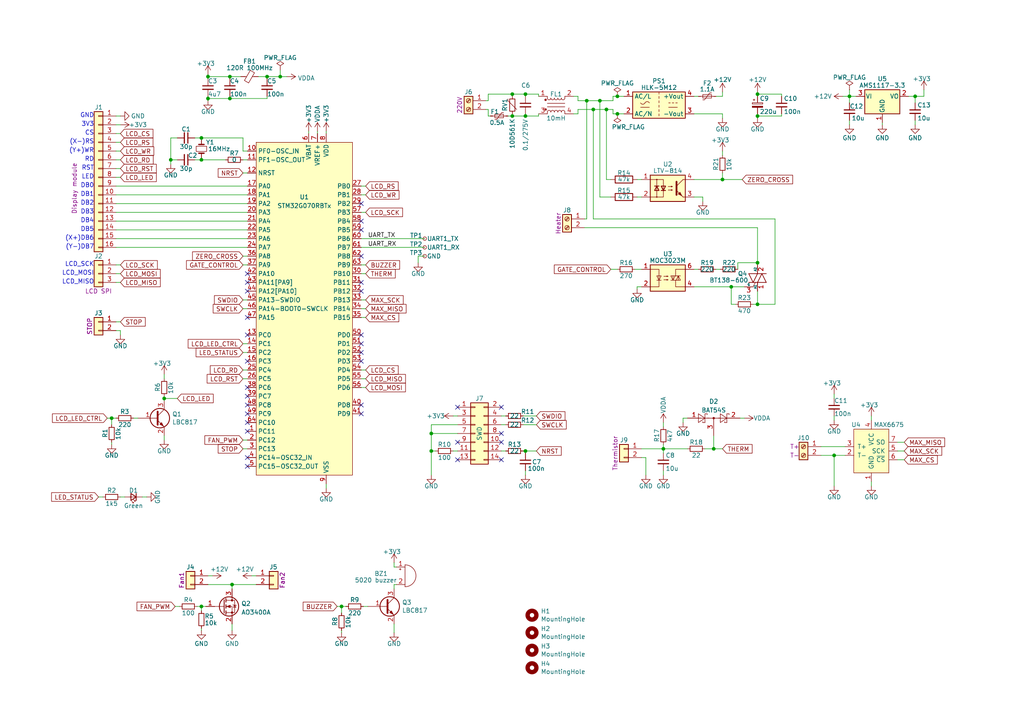
<source format=kicad_sch>
(kicad_sch (version 20211123) (generator eeschema)

  (uuid 70d5c94e-4b51-493e-80c5-98d2c2b0b85e)

  (paper "A4")

  

  (junction (at 179.07 33.02) (diameter 0) (color 0 0 0 0)
    (uuid 10d1282e-eda3-45e9-a948-3e5c9e05abd3)
  )
  (junction (at 125.095 130.81) (diameter 0) (color 0 0 0 0)
    (uuid 178eba62-bb03-4037-9b55-9f471fd5a5bf)
  )
  (junction (at 49.53 46.355) (diameter 0) (color 0 0 0 0)
    (uuid 18a5a8c7-664c-4a54-ba94-aa4f683fee93)
  )
  (junction (at 265.43 27.94) (diameter 0) (color 0 0 0 0)
    (uuid 2674fe2f-e560-40cc-bad9-2801cb6ee12d)
  )
  (junction (at 246.38 27.94) (diameter 0) (color 0 0 0 0)
    (uuid 2813f6f8-790e-4537-9314-18df1ad26b23)
  )
  (junction (at 192.405 130.175) (diameter 0) (color 0 0 0 0)
    (uuid 2a524186-8a30-4949-8c8b-de559e75c8fd)
  )
  (junction (at 219.71 27.305) (diameter 0) (color 0 0 0 0)
    (uuid 2a943c7c-1ab2-40d8-bb61-3e21e93c3d07)
  )
  (junction (at 81.28 22.225) (diameter 0) (color 0 0 0 0)
    (uuid 32f9f031-3a7d-436b-a697-64db254e9f48)
  )
  (junction (at 32.385 121.285) (diameter 0) (color 0 0 0 0)
    (uuid 3806f52e-f776-4ec5-a0b2-37172e8b24b3)
  )
  (junction (at 125.095 125.73) (diameter 0) (color 0 0 0 0)
    (uuid 4a66b485-3cc5-4737-bd32-71657bb2cb00)
  )
  (junction (at 241.935 132.08) (diameter 0) (color 0 0 0 0)
    (uuid 4b0034b3-1b35-4be3-9120-e386c0163984)
  )
  (junction (at 77.47 22.225) (diameter 0) (color 0 0 0 0)
    (uuid 5375496c-16d3-4105-a1bd-44d0c66b47f7)
  )
  (junction (at 148.59 27.305) (diameter 0) (color 0 0 0 0)
    (uuid 5d8b740b-10bb-4bd2-aef0-89f5e4f46082)
  )
  (junction (at 175.895 31.75) (diameter 0) (color 0 0 0 0)
    (uuid 66ba1dbe-d797-4e4a-a4a0-cf74c21e2e86)
  )
  (junction (at 219.71 88.265) (diameter 0) (color 0 0 0 0)
    (uuid 67217886-8bbe-450c-bb8f-4a9c1c7eb7fe)
  )
  (junction (at 207.01 130.175) (diameter 0) (color 0 0 0 0)
    (uuid 6fa7d3c8-48cf-4d15-9fd3-43ed9300ac40)
  )
  (junction (at 209.55 52.07) (diameter 0) (color 0 0 0 0)
    (uuid 7402d442-a518-4f43-b83e-0e510efb64dd)
  )
  (junction (at 58.42 46.355) (diameter 0) (color 0 0 0 0)
    (uuid 75629cf6-1307-4c7e-ad40-dcb91ba16500)
  )
  (junction (at 152.4 27.305) (diameter 0) (color 0 0 0 0)
    (uuid 7669ec0a-426d-431a-ab1e-41c7e1ba9adf)
  )
  (junction (at 219.71 33.655) (diameter 0) (color 0 0 0 0)
    (uuid 85ca8925-6218-41d4-93ba-da83f606f910)
  )
  (junction (at 60.325 22.225) (diameter 0) (color 0 0 0 0)
    (uuid 87a032de-a869-49e6-b7e9-ffa0f10e2125)
  )
  (junction (at 148.59 33.655) (diameter 0) (color 0 0 0 0)
    (uuid 88673e66-d0d6-4a78-95f3-366baed8a65e)
  )
  (junction (at 152.4 130.81) (diameter 0) (color 0 0 0 0)
    (uuid 92d302e0-db9a-4c4f-9f2c-34a8139517e5)
  )
  (junction (at 66.675 28.575) (diameter 0) (color 0 0 0 0)
    (uuid 955d7b53-c4b6-4346-ab04-2bac98fc9271)
  )
  (junction (at 212.09 83.185) (diameter 0) (color 0 0 0 0)
    (uuid 9820d6a2-96c1-4222-a96f-190be4642f26)
  )
  (junction (at 173.99 29.21) (diameter 0) (color 0 0 0 0)
    (uuid 98a1eea8-44a8-4a47-a427-e6cc41ebeafa)
  )
  (junction (at 99.06 175.895) (diameter 0) (color 0 0 0 0)
    (uuid a7262465-6d9e-473a-bae3-ccbd4c7c4efa)
  )
  (junction (at 152.4 33.655) (diameter 0) (color 0 0 0 0)
    (uuid ae865a34-f421-4602-8c0e-fa7d06aa340e)
  )
  (junction (at 66.675 22.225) (diameter 0) (color 0 0 0 0)
    (uuid b1074374-f8c2-4c2d-9e63-777bc2947e26)
  )
  (junction (at 58.42 175.895) (diameter 0) (color 0 0 0 0)
    (uuid c0f903a9-00d7-4fad-ae1f-a8d69388ada8)
  )
  (junction (at 179.07 27.94) (diameter 0) (color 0 0 0 0)
    (uuid c773af5b-01b9-41bd-9805-08e47da79272)
  )
  (junction (at 60.325 28.575) (diameter 0) (color 0 0 0 0)
    (uuid d3db1909-0dcc-44b7-b5eb-6b4eeb1acfa4)
  )
  (junction (at 58.42 40.005) (diameter 0) (color 0 0 0 0)
    (uuid e21e7e25-a7e8-4cb4-8e43-6e8f2e737d61)
  )
  (junction (at 47.625 115.57) (diameter 0) (color 0 0 0 0)
    (uuid e2b0dcc3-8ec2-4312-9923-d633e2ecacb5)
  )
  (junction (at 67.31 169.545) (diameter 0) (color 0 0 0 0)
    (uuid e9b73433-5613-4340-80df-b7e982d63d63)
  )
  (junction (at 170.18 29.21) (diameter 0) (color 0 0 0 0)
    (uuid ed1345f8-1504-476c-bd93-b4c4b495a553)
  )
  (junction (at 172.085 31.75) (diameter 0) (color 0 0 0 0)
    (uuid f692e449-0c47-47be-9ec5-c7f7c41077a4)
  )
  (junction (at 219.71 76.2) (diameter 0) (color 0 0 0 0)
    (uuid f896ae27-bcdf-4350-ad6f-7b06190d5c77)
  )

  (no_connect (at 71.755 114.935) (uuid 02a0e8ca-1285-40f1-830a-fd6772d26e9e))
  (no_connect (at 71.755 104.775) (uuid 120c25cd-b48f-4118-8a11-8d340ac5b9ec))
  (no_connect (at 71.755 125.095) (uuid 13c8acdf-a53f-4840-8513-f27fcda50062))
  (no_connect (at 71.755 84.455) (uuid 231fb950-1955-44dc-88c0-205679e6be90))
  (no_connect (at 132.715 128.27) (uuid 29ccae83-b57f-48a8-abd1-e3ee2ed14c2b))
  (no_connect (at 145.415 133.35) (uuid 398b3637-6d4b-4338-b931-145a208eb5ac))
  (no_connect (at 104.775 84.455) (uuid 3cbaa695-625d-43c5-9799-d8a064245347))
  (no_connect (at 71.755 135.255) (uuid 58ddb0a5-68f2-4c92-bd26-a913a9056cbc))
  (no_connect (at 104.775 81.915) (uuid 5c494ac1-1540-4c8e-8831-34bbb571c120))
  (no_connect (at 104.775 120.015) (uuid 622eb112-b737-4b9c-92c8-3ba3a6c8215b))
  (no_connect (at 104.775 102.235) (uuid 62dee897-2e05-4958-b89e-91d5a11634bb))
  (no_connect (at 145.415 128.27) (uuid 6b8ee2cc-cd08-4e8d-9045-6b62ac3ba79f))
  (no_connect (at 71.755 81.915) (uuid 729964a8-5452-4e86-9f32-e1f2d6aae048))
  (no_connect (at 71.755 97.155) (uuid 7c2f64c1-84c7-447a-bf07-5e2cfb5a8ead))
  (no_connect (at 71.755 120.015) (uuid 7f5c9fab-9fd4-44ad-abcf-7d891e2d2080))
  (no_connect (at 104.775 97.155) (uuid 803d3936-1234-48b3-b783-725ed3d1872b))
  (no_connect (at 145.415 118.11) (uuid 8744691b-6641-436e-9f46-a8d48ce27583))
  (no_connect (at 104.775 99.695) (uuid 89f2040c-1b88-4ada-b27f-7fe5ff355b3c))
  (no_connect (at 71.755 92.075) (uuid 93010cf3-63f8-4b68-9d6c-045dbc2f694e))
  (no_connect (at 71.755 132.715) (uuid bb6588e9-a9ff-473e-a628-11e627baf898))
  (no_connect (at 71.755 79.375) (uuid bb7c6493-2b1d-481a-8549-a2bf084febff))
  (no_connect (at 104.775 104.775) (uuid c0abdffa-7a3e-4939-9f6c-a2662f359cd8))
  (no_connect (at 132.715 133.35) (uuid c4265f23-a72b-4efe-9397-f668a170c441))
  (no_connect (at 104.775 117.475) (uuid c6df1aad-79b6-4b02-b9c4-8c9e977ce511))
  (no_connect (at 71.755 117.475) (uuid cffaf50c-0cf6-4e1e-9920-d70b70154d57))
  (no_connect (at 104.775 66.675) (uuid d63d23db-05cd-4b6f-99af-9abae33759ed))
  (no_connect (at 104.775 74.295) (uuid d63d23db-05cd-4b6f-99af-9abae33759ee))
  (no_connect (at 104.775 64.135) (uuid d63d23db-05cd-4b6f-99af-9abae33759ef))
  (no_connect (at 132.715 118.11) (uuid d66678ba-b776-40e5-b647-81b29a23c0cf))
  (no_connect (at 71.755 112.395) (uuid ecf2293c-0457-4b5d-91a1-8249fea43123))
  (no_connect (at 71.755 122.555) (uuid f0b9537d-50f2-4a4e-8743-f58c7a0b499e))
  (no_connect (at 145.415 125.73) (uuid f3f3afbf-cdc2-4821-bd58-e917acce0b45))
  (no_connect (at 104.775 59.055) (uuid f73c516f-b57a-4220-9960-8cb4dba9027c))

  (wire (pts (xy 219.71 88.265) (xy 219.71 84.455))
    (stroke (width 0) (type default) (color 0 0 0 0))
    (uuid 0021461e-29f3-423e-9587-5901802d71b2)
  )
  (wire (pts (xy 167.64 29.21) (xy 170.18 29.21))
    (stroke (width 0) (type default) (color 0 0 0 0))
    (uuid 007ce7f0-c2c3-4aaa-82bb-fdf3c8562e05)
  )
  (wire (pts (xy 58.42 175.895) (xy 59.69 175.895))
    (stroke (width 0) (type default) (color 0 0 0 0))
    (uuid 00ab1310-3a4b-4ee9-8d79-777dcf16f212)
  )
  (wire (pts (xy 71.755 86.995) (xy 70.485 86.995))
    (stroke (width 0) (type default) (color 0 0 0 0))
    (uuid 0144d383-eac1-4f04-b205-b70cb20a560d)
  )
  (wire (pts (xy 33.655 56.515) (xy 71.755 56.515))
    (stroke (width 0) (type default) (color 0 0 0 0))
    (uuid 01c58a7e-d6b5-40d0-bda4-8ccd186d7beb)
  )
  (wire (pts (xy 201.295 33.02) (xy 209.55 33.02))
    (stroke (width 0) (type default) (color 0 0 0 0))
    (uuid 022babd2-5db8-4723-9f7d-bcb28a887d46)
  )
  (wire (pts (xy 51.435 40.005) (xy 49.53 40.005))
    (stroke (width 0) (type default) (color 0 0 0 0))
    (uuid 03d6590e-4c39-45de-88db-ceaf49cd88fc)
  )
  (wire (pts (xy 169.545 63.5) (xy 170.18 63.5))
    (stroke (width 0) (type default) (color 0 0 0 0))
    (uuid 0573d05d-d8de-470a-a9c2-1610483fd700)
  )
  (wire (pts (xy 104.775 69.215) (xy 123.19 69.215))
    (stroke (width 0) (type default) (color 0 0 0 0))
    (uuid 066e8e26-4711-4f62-9f42-df6e54e78b18)
  )
  (wire (pts (xy 70.485 43.815) (xy 71.755 43.815))
    (stroke (width 0) (type default) (color 0 0 0 0))
    (uuid 073ed338-2da0-4d4d-b98b-17c345cd2540)
  )
  (wire (pts (xy 219.71 33.655) (xy 219.71 33.02))
    (stroke (width 0) (type default) (color 0 0 0 0))
    (uuid 0aac980a-4e18-4f80-9bc9-0aef6e9345e6)
  )
  (wire (pts (xy 60.325 22.225) (xy 60.325 22.86))
    (stroke (width 0) (type default) (color 0 0 0 0))
    (uuid 0ac91038-65c9-45fa-a371-6b1c8ee2fd8d)
  )
  (wire (pts (xy 177.8 31.75) (xy 177.8 33.02))
    (stroke (width 0) (type default) (color 0 0 0 0))
    (uuid 0b4f6b92-2b02-4121-925d-528fb47994ff)
  )
  (wire (pts (xy 121.285 74.295) (xy 121.285 76.2))
    (stroke (width 0) (type default) (color 0 0 0 0))
    (uuid 0da35be7-ed3b-4496-9bd7-6746ce122503)
  )
  (wire (pts (xy 192.405 130.175) (xy 199.39 130.175))
    (stroke (width 0) (type default) (color 0 0 0 0))
    (uuid 0dfa5151-f145-4af5-a82a-3762f0478d22)
  )
  (wire (pts (xy 67.31 180.975) (xy 67.31 182.88))
    (stroke (width 0) (type default) (color 0 0 0 0))
    (uuid 0e7d0507-1a25-47db-b391-eebe906ef052)
  )
  (wire (pts (xy 201.295 78.105) (xy 202.565 78.105))
    (stroke (width 0) (type default) (color 0 0 0 0))
    (uuid 0ed25811-49a6-4f41-a7b9-8fd7e354f294)
  )
  (wire (pts (xy 106.045 61.595) (xy 104.775 61.595))
    (stroke (width 0) (type default) (color 0 0 0 0))
    (uuid 12d6ccd4-0ece-4fd3-b388-f80fe4a9f526)
  )
  (wire (pts (xy 260.35 128.27) (xy 262.255 128.27))
    (stroke (width 0) (type default) (color 0 0 0 0))
    (uuid 146cb325-707a-497b-a051-8670d8e32009)
  )
  (wire (pts (xy 224.79 88.265) (xy 224.79 63.5))
    (stroke (width 0) (type default) (color 0 0 0 0))
    (uuid 14e94641-5b7e-45fa-aa63-d7f60ae2f28e)
  )
  (wire (pts (xy 219.71 76.2) (xy 219.71 76.835))
    (stroke (width 0) (type default) (color 0 0 0 0))
    (uuid 15ac11b4-6f83-4265-8708-9a1c8046cc27)
  )
  (wire (pts (xy 219.71 66.04) (xy 219.71 76.2))
    (stroke (width 0) (type default) (color 0 0 0 0))
    (uuid 17346005-ee7a-448a-98ca-695574ed6db0)
  )
  (wire (pts (xy 58.42 46.355) (xy 65.405 46.355))
    (stroke (width 0) (type default) (color 0 0 0 0))
    (uuid 17908aa3-3d4d-4772-9eac-9638d5436758)
  )
  (wire (pts (xy 172.085 31.75) (xy 175.895 31.75))
    (stroke (width 0) (type default) (color 0 0 0 0))
    (uuid 1a055c2b-8eb2-4e43-b2e2-865a7dba1b47)
  )
  (wire (pts (xy 267.97 27.94) (xy 265.43 27.94))
    (stroke (width 0) (type default) (color 0 0 0 0))
    (uuid 1a386317-bdf0-4bfe-ada3-a80fd004c070)
  )
  (wire (pts (xy 125.095 125.73) (xy 125.095 130.81))
    (stroke (width 0) (type default) (color 0 0 0 0))
    (uuid 1af33c80-2561-4b1e-b204-f83de0f09f67)
  )
  (wire (pts (xy 33.655 41.275) (xy 34.925 41.275))
    (stroke (width 0) (type default) (color 0 0 0 0))
    (uuid 1cd9e01c-20f6-4a19-a03b-9c286a691e93)
  )
  (wire (pts (xy 246.38 26.035) (xy 246.38 27.94))
    (stroke (width 0) (type default) (color 0 0 0 0))
    (uuid 1cf0ee07-09b4-4188-acb1-826fb352eda1)
  )
  (wire (pts (xy 241.935 120.65) (xy 241.935 121.92))
    (stroke (width 0) (type default) (color 0 0 0 0))
    (uuid 1d773b12-42af-472a-b205-8d8884bf8bf5)
  )
  (wire (pts (xy 241.935 114.3) (xy 241.935 115.57))
    (stroke (width 0) (type default) (color 0 0 0 0))
    (uuid 1dcb7028-30dc-4be3-9d1c-b06404d833e8)
  )
  (wire (pts (xy 186.055 83.185) (xy 184.785 83.185))
    (stroke (width 0) (type default) (color 0 0 0 0))
    (uuid 1e611147-23a0-46d4-bc28-c8e2431653bc)
  )
  (wire (pts (xy 145.415 120.65) (xy 146.685 120.65))
    (stroke (width 0) (type default) (color 0 0 0 0))
    (uuid 1f7ff77e-d427-4fb7-b5a8-84efa7a2c4ce)
  )
  (wire (pts (xy 33.655 81.915) (xy 34.925 81.915))
    (stroke (width 0) (type default) (color 0 0 0 0))
    (uuid 1fcf8551-87f7-4810-9cef-24f2e85198c9)
  )
  (wire (pts (xy 145.415 130.81) (xy 146.685 130.81))
    (stroke (width 0) (type default) (color 0 0 0 0))
    (uuid 2119aee8-1a12-4149-9899-d7d5887b62e7)
  )
  (wire (pts (xy 33.655 69.215) (xy 71.755 69.215))
    (stroke (width 0) (type default) (color 0 0 0 0))
    (uuid 229ea638-20c6-4b22-9c8e-9a21c25f3c04)
  )
  (wire (pts (xy 33.655 48.895) (xy 34.925 48.895))
    (stroke (width 0) (type default) (color 0 0 0 0))
    (uuid 231e9158-cad2-4d0a-9a44-7e94496c6105)
  )
  (wire (pts (xy 60.325 21.59) (xy 60.325 22.225))
    (stroke (width 0) (type default) (color 0 0 0 0))
    (uuid 2427064f-e22e-426c-86ce-bac1c0f4a05c)
  )
  (wire (pts (xy 77.47 28.575) (xy 66.675 28.575))
    (stroke (width 0) (type default) (color 0 0 0 0))
    (uuid 252ba6a7-e71e-4a0f-a62a-bb1dfd96477a)
  )
  (wire (pts (xy 219.71 33.655) (xy 226.695 33.655))
    (stroke (width 0) (type default) (color 0 0 0 0))
    (uuid 26be7da3-3add-4daf-b009-21aa81320c47)
  )
  (wire (pts (xy 73.025 167.005) (xy 74.295 167.005))
    (stroke (width 0) (type default) (color 0 0 0 0))
    (uuid 284a0d2b-52e7-47d2-a9f8-25e4857b1108)
  )
  (wire (pts (xy 114.3 163.195) (xy 114.3 164.465))
    (stroke (width 0) (type default) (color 0 0 0 0))
    (uuid 298d4d5f-e2a3-4d61-a537-807b78ffd3a6)
  )
  (wire (pts (xy 104.775 79.375) (xy 106.045 79.375))
    (stroke (width 0) (type default) (color 0 0 0 0))
    (uuid 2b2987f5-ce94-4e64-b0d0-4b4a038748d4)
  )
  (wire (pts (xy 184.785 57.15) (xy 186.055 57.15))
    (stroke (width 0) (type default) (color 0 0 0 0))
    (uuid 2b54976f-acfa-4453-91b9-5be6fb009020)
  )
  (wire (pts (xy 260.35 130.81) (xy 262.255 130.81))
    (stroke (width 0) (type default) (color 0 0 0 0))
    (uuid 2c7cf1f3-1c7a-4fdc-abae-1ff2b4a13bf0)
  )
  (wire (pts (xy 114.3 170.815) (xy 114.3 169.545))
    (stroke (width 0) (type default) (color 0 0 0 0))
    (uuid 2e2ff7e0-e2d0-466c-8128-1fd106af9edb)
  )
  (wire (pts (xy 33.655 46.355) (xy 34.925 46.355))
    (stroke (width 0) (type default) (color 0 0 0 0))
    (uuid 2f2a549e-bb0e-47a8-ab2e-14d62e38d710)
  )
  (wire (pts (xy 58.42 40.64) (xy 58.42 40.005))
    (stroke (width 0) (type default) (color 0 0 0 0))
    (uuid 2f7478d0-9cff-402b-8554-c7a0b329b89a)
  )
  (wire (pts (xy 198.12 122.555) (xy 198.12 121.285))
    (stroke (width 0) (type default) (color 0 0 0 0))
    (uuid 312e8498-08e2-4ed6-bff3-351c87d1d82d)
  )
  (wire (pts (xy 184.15 78.105) (xy 186.055 78.105))
    (stroke (width 0) (type default) (color 0 0 0 0))
    (uuid 328ea336-6d64-44fe-a15f-5d6c55b12ff5)
  )
  (wire (pts (xy 219.71 27.305) (xy 219.71 26.67))
    (stroke (width 0) (type default) (color 0 0 0 0))
    (uuid 32c83969-feb6-45ec-b6b8-e008c73cd0c6)
  )
  (wire (pts (xy 152.4 131.445) (xy 152.4 130.81))
    (stroke (width 0) (type default) (color 0 0 0 0))
    (uuid 340bd1ac-de65-4ae6-901d-42870f8619a6)
  )
  (wire (pts (xy 33.655 53.975) (xy 71.755 53.975))
    (stroke (width 0) (type default) (color 0 0 0 0))
    (uuid 3542be4e-b4ee-45a1-9d63-f53e37486c50)
  )
  (wire (pts (xy 125.095 130.81) (xy 126.365 130.81))
    (stroke (width 0) (type default) (color 0 0 0 0))
    (uuid 364c1969-f137-4838-90c1-928bd9479741)
  )
  (wire (pts (xy 56.515 46.355) (xy 58.42 46.355))
    (stroke (width 0) (type default) (color 0 0 0 0))
    (uuid 3752a0c4-1dcb-49d4-a2e5-80549881d80e)
  )
  (wire (pts (xy 187.325 132.715) (xy 186.055 132.715))
    (stroke (width 0) (type default) (color 0 0 0 0))
    (uuid 3bdc0e83-6cc4-46b1-b021-984a1e7cffe1)
  )
  (wire (pts (xy 81.28 22.225) (xy 77.47 22.225))
    (stroke (width 0) (type default) (color 0 0 0 0))
    (uuid 3cd7d5c3-9d51-4310-bc8d-6d3dd49a26cb)
  )
  (wire (pts (xy 114.3 164.465) (xy 114.935 164.465))
    (stroke (width 0) (type default) (color 0 0 0 0))
    (uuid 3e24501e-5c37-4797-b79d-2a21bbc58639)
  )
  (wire (pts (xy 70.485 127.635) (xy 71.755 127.635))
    (stroke (width 0) (type default) (color 0 0 0 0))
    (uuid 3e438bf2-5d45-4fe2-893d-8d01133768aa)
  )
  (wire (pts (xy 94.615 38.735) (xy 94.615 38.1))
    (stroke (width 0) (type default) (color 0 0 0 0))
    (uuid 41254fb2-5180-46c8-85b6-c57dbbb63d57)
  )
  (wire (pts (xy 213.36 88.265) (xy 212.09 88.265))
    (stroke (width 0) (type default) (color 0 0 0 0))
    (uuid 413ad3e7-dc04-4a32-acc3-cccdeed34133)
  )
  (wire (pts (xy 33.655 64.135) (xy 71.755 64.135))
    (stroke (width 0) (type default) (color 0 0 0 0))
    (uuid 44a25521-3a36-43dc-86e3-dee410723620)
  )
  (wire (pts (xy 132.715 120.65) (xy 131.445 120.65))
    (stroke (width 0) (type default) (color 0 0 0 0))
    (uuid 44fd9920-f365-4de2-a0ed-67ea47900838)
  )
  (wire (pts (xy 32.385 121.285) (xy 32.385 123.19))
    (stroke (width 0) (type default) (color 0 0 0 0))
    (uuid 459c61eb-9f32-4788-97e9-e10295993852)
  )
  (wire (pts (xy 50.8 175.895) (xy 52.07 175.895))
    (stroke (width 0) (type default) (color 0 0 0 0))
    (uuid 485db09e-08b8-4ebf-8505-c093f7bcc081)
  )
  (wire (pts (xy 267.97 26.035) (xy 267.97 27.94))
    (stroke (width 0) (type default) (color 0 0 0 0))
    (uuid 4c33aebc-da00-4a30-aa22-90bebf81a76f)
  )
  (wire (pts (xy 184.785 52.07) (xy 186.055 52.07))
    (stroke (width 0) (type default) (color 0 0 0 0))
    (uuid 4c437070-8a96-4794-8415-41de164051c8)
  )
  (wire (pts (xy 260.35 133.35) (xy 262.255 133.35))
    (stroke (width 0) (type default) (color 0 0 0 0))
    (uuid 4ce33d32-0190-468e-9609-9d0da1c506d1)
  )
  (wire (pts (xy 241.935 140.97) (xy 241.935 132.08))
    (stroke (width 0) (type default) (color 0 0 0 0))
    (uuid 4e5691f8-785f-45e7-b4f7-8fef0e7a06be)
  )
  (wire (pts (xy 106.68 175.895) (xy 105.41 175.895))
    (stroke (width 0) (type default) (color 0 0 0 0))
    (uuid 4f55e4bd-bb3b-4ee3-9afc-f86399ee41f4)
  )
  (wire (pts (xy 33.655 43.815) (xy 34.925 43.815))
    (stroke (width 0) (type default) (color 0 0 0 0))
    (uuid 5010040e-1fa2-478d-ad5c-c5a5ed31e76a)
  )
  (wire (pts (xy 34.925 95.885) (xy 33.655 95.885))
    (stroke (width 0) (type default) (color 0 0 0 0))
    (uuid 50956549-6d1d-497b-9d30-82d9190ecd95)
  )
  (wire (pts (xy 265.43 36.195) (xy 265.43 34.925))
    (stroke (width 0) (type default) (color 0 0 0 0))
    (uuid 5160db40-f61a-48bf-88b4-bb5ac60e8c5c)
  )
  (wire (pts (xy 99.06 175.895) (xy 99.06 177.8))
    (stroke (width 0) (type default) (color 0 0 0 0))
    (uuid 51748198-6651-4d5f-91c6-5c932877469e)
  )
  (wire (pts (xy 244.475 27.94) (xy 246.38 27.94))
    (stroke (width 0) (type default) (color 0 0 0 0))
    (uuid 51fa0dae-5c5d-43be-a032-d5e704105e36)
  )
  (wire (pts (xy 99.06 175.895) (xy 97.79 175.895))
    (stroke (width 0) (type default) (color 0 0 0 0))
    (uuid 52cc17ab-1c7d-46ef-bd12-7cdc557dea44)
  )
  (wire (pts (xy 179.07 33.02) (xy 180.975 33.02))
    (stroke (width 0) (type default) (color 0 0 0 0))
    (uuid 53db0dc0-dfcf-4bc3-86dc-ffaf3adceda5)
  )
  (wire (pts (xy 70.485 50.165) (xy 71.755 50.165))
    (stroke (width 0) (type default) (color 0 0 0 0))
    (uuid 54c86742-77c6-4e83-b5ac-c3d2c7e1ffbf)
  )
  (wire (pts (xy 33.655 59.055) (xy 71.755 59.055))
    (stroke (width 0) (type default) (color 0 0 0 0))
    (uuid 553624ab-59cc-4b73-ba66-e480e762af82)
  )
  (wire (pts (xy 209.55 33.02) (xy 209.55 34.29))
    (stroke (width 0) (type default) (color 0 0 0 0))
    (uuid 5562c925-f045-40b8-92d6-6b7d2804d02e)
  )
  (wire (pts (xy 33.655 38.735) (xy 34.925 38.735))
    (stroke (width 0) (type default) (color 0 0 0 0))
    (uuid 5979264b-6afe-4e22-96c5-3f71a986ef24)
  )
  (wire (pts (xy 99.06 182.88) (xy 99.06 183.515))
    (stroke (width 0) (type default) (color 0 0 0 0))
    (uuid 5a6e0996-726c-4734-b732-4de754e0fd61)
  )
  (wire (pts (xy 219.71 88.265) (xy 224.79 88.265))
    (stroke (width 0) (type default) (color 0 0 0 0))
    (uuid 5a9fc432-e44b-4e3c-9c3d-22a69730a0bd)
  )
  (wire (pts (xy 47.625 114.935) (xy 47.625 115.57))
    (stroke (width 0) (type default) (color 0 0 0 0))
    (uuid 5d7c9844-6843-4bf4-8e02-546ebb64d2b1)
  )
  (wire (pts (xy 66.675 27.94) (xy 66.675 28.575))
    (stroke (width 0) (type default) (color 0 0 0 0))
    (uuid 5dca9511-d8cd-4147-bd9f-31dd1bd1dd6d)
  )
  (wire (pts (xy 212.09 83.185) (xy 215.9 83.185))
    (stroke (width 0) (type default) (color 0 0 0 0))
    (uuid 5ee0bac8-a1bf-47f5-851e-f3aa88aed95e)
  )
  (wire (pts (xy 145.415 123.19) (xy 146.685 123.19))
    (stroke (width 0) (type default) (color 0 0 0 0))
    (uuid 5f0421c7-6eee-4199-9d9a-3d8bc1ed0d8d)
  )
  (wire (pts (xy 34.925 93.345) (xy 33.655 93.345))
    (stroke (width 0) (type default) (color 0 0 0 0))
    (uuid 5f532fb3-61a0-4311-84e3-980da4cac791)
  )
  (wire (pts (xy 131.445 130.81) (xy 132.715 130.81))
    (stroke (width 0) (type default) (color 0 0 0 0))
    (uuid 5f54bcb8-0a80-47c7-a329-d6dcc9d5f1fd)
  )
  (wire (pts (xy 104.775 56.515) (xy 106.045 56.515))
    (stroke (width 0) (type default) (color 0 0 0 0))
    (uuid 5ffe049d-d6ca-4d4b-9828-4de9d6b65180)
  )
  (wire (pts (xy 187.325 137.795) (xy 187.325 132.715))
    (stroke (width 0) (type default) (color 0 0 0 0))
    (uuid 604bd3df-937d-4be0-9c3f-52ae19fce0ab)
  )
  (wire (pts (xy 213.995 78.105) (xy 213.995 76.2))
    (stroke (width 0) (type default) (color 0 0 0 0))
    (uuid 609e9a3c-4516-495e-9fd2-c9a2d058a806)
  )
  (wire (pts (xy 49.53 46.355) (xy 49.53 47.625))
    (stroke (width 0) (type default) (color 0 0 0 0))
    (uuid 63a9b380-5a3c-44f9-8357-42fca1d949d7)
  )
  (wire (pts (xy 148.59 27.305) (xy 148.59 27.94))
    (stroke (width 0) (type default) (color 0 0 0 0))
    (uuid 6427b149-8335-42f9-beab-08f2b86f5d01)
  )
  (wire (pts (xy 167.64 31.75) (xy 172.085 31.75))
    (stroke (width 0) (type default) (color 0 0 0 0))
    (uuid 651f9eb4-002d-4a2c-aa75-227371ea604a)
  )
  (wire (pts (xy 34.925 144.145) (xy 36.195 144.145))
    (stroke (width 0) (type default) (color 0 0 0 0))
    (uuid 661a5444-c2d9-4db8-959d-373e0df196f7)
  )
  (wire (pts (xy 125.095 130.81) (xy 125.095 137.795))
    (stroke (width 0) (type default) (color 0 0 0 0))
    (uuid 66c44345-8bca-45e9-b3f5-ca66e11b59b3)
  )
  (wire (pts (xy 209.55 43.815) (xy 209.55 45.085))
    (stroke (width 0) (type default) (color 0 0 0 0))
    (uuid 69ae94e7-48ef-4f42-8265-cacf71aebd13)
  )
  (wire (pts (xy 152.4 27.305) (xy 152.4 27.94))
    (stroke (width 0) (type default) (color 0 0 0 0))
    (uuid 6a1441f2-4627-4d36-b4cf-a5aeac796080)
  )
  (wire (pts (xy 186.055 130.175) (xy 192.405 130.175))
    (stroke (width 0) (type default) (color 0 0 0 0))
    (uuid 6a50f686-04a8-43bf-8595-9ee16fa9220b)
  )
  (wire (pts (xy 125.095 123.19) (xy 125.095 125.73))
    (stroke (width 0) (type default) (color 0 0 0 0))
    (uuid 6b1ccedd-d6e8-4ff3-b0a9-a40316cd89d5)
  )
  (wire (pts (xy 47.625 115.57) (xy 51.435 115.57))
    (stroke (width 0) (type default) (color 0 0 0 0))
    (uuid 6c52db09-1cb8-4628-b97d-cd400f82756a)
  )
  (wire (pts (xy 219.71 27.305) (xy 226.695 27.305))
    (stroke (width 0) (type default) (color 0 0 0 0))
    (uuid 6ca4801d-06e0-479b-9dd7-7f378b83911c)
  )
  (wire (pts (xy 177.165 78.105) (xy 179.07 78.105))
    (stroke (width 0) (type default) (color 0 0 0 0))
    (uuid 6cec7a00-1c0a-4b85-ba0d-b68674bbf602)
  )
  (wire (pts (xy 104.775 86.995) (xy 106.045 86.995))
    (stroke (width 0) (type default) (color 0 0 0 0))
    (uuid 6e247e44-f717-4a85-8038-5e0ee1c1b729)
  )
  (wire (pts (xy 60.325 27.94) (xy 60.325 28.575))
    (stroke (width 0) (type default) (color 0 0 0 0))
    (uuid 6eabda4d-213f-4d12-bb0f-841999959543)
  )
  (wire (pts (xy 177.165 52.07) (xy 175.895 52.07))
    (stroke (width 0) (type default) (color 0 0 0 0))
    (uuid 6ebd19aa-16b0-4a2f-b643-07e07cf69388)
  )
  (wire (pts (xy 74.295 169.545) (xy 67.31 169.545))
    (stroke (width 0) (type default) (color 0 0 0 0))
    (uuid 7012ddf8-ad0b-4f65-8ed8-2bb9cfc77198)
  )
  (wire (pts (xy 34.925 97.155) (xy 34.925 95.885))
    (stroke (width 0) (type default) (color 0 0 0 0))
    (uuid 716a1d72-a69c-4b20-af6a-6f6a6d12d249)
  )
  (wire (pts (xy 66.675 28.575) (xy 60.325 28.575))
    (stroke (width 0) (type default) (color 0 0 0 0))
    (uuid 72b4f67e-72f2-4c23-86d4-e502e953015e)
  )
  (wire (pts (xy 252.73 121.92) (xy 252.73 120.65))
    (stroke (width 0) (type default) (color 0 0 0 0))
    (uuid 7360f44e-c228-43ab-b4c0-fe6c5d0838f3)
  )
  (wire (pts (xy 167.64 29.21) (xy 167.64 27.94))
    (stroke (width 0) (type default) (color 0 0 0 0))
    (uuid 74362be6-c139-4054-8806-c3e14c558bd1)
  )
  (wire (pts (xy 60.325 28.575) (xy 60.325 29.21))
    (stroke (width 0) (type default) (color 0 0 0 0))
    (uuid 75d5fb48-948d-4648-887f-a9c863b86061)
  )
  (wire (pts (xy 141.605 29.21) (xy 141.605 27.305))
    (stroke (width 0) (type default) (color 0 0 0 0))
    (uuid 791bdc83-6e52-492f-879a-979353ad853f)
  )
  (wire (pts (xy 177.8 29.21) (xy 177.8 27.94))
    (stroke (width 0) (type default) (color 0 0 0 0))
    (uuid 795b2203-8956-48d7-9017-c5a4422098f1)
  )
  (wire (pts (xy 207.645 27.94) (xy 209.55 27.94))
    (stroke (width 0) (type default) (color 0 0 0 0))
    (uuid 79a209df-6e02-4e05-917f-9293986be211)
  )
  (wire (pts (xy 175.895 52.07) (xy 175.895 31.75))
    (stroke (width 0) (type default) (color 0 0 0 0))
    (uuid 7a83ac6a-0e04-4867-b6b9-8c951c04c790)
  )
  (wire (pts (xy 170.18 29.21) (xy 173.99 29.21))
    (stroke (width 0) (type default) (color 0 0 0 0))
    (uuid 7b9fccac-2787-4a54-9d97-ab97d9d155fc)
  )
  (wire (pts (xy 246.38 27.94) (xy 248.285 27.94))
    (stroke (width 0) (type default) (color 0 0 0 0))
    (uuid 7d129dde-9d30-47aa-8c96-5f5e72207dca)
  )
  (wire (pts (xy 209.55 27.94) (xy 209.55 26.67))
    (stroke (width 0) (type default) (color 0 0 0 0))
    (uuid 7d282ae5-1107-4ab8-b31c-9a5b067057b1)
  )
  (wire (pts (xy 148.59 33.02) (xy 148.59 33.655))
    (stroke (width 0) (type default) (color 0 0 0 0))
    (uuid 7e8fe8c9-816b-448d-aaca-07e727be6194)
  )
  (wire (pts (xy 67.31 169.545) (xy 67.31 170.815))
    (stroke (width 0) (type default) (color 0 0 0 0))
    (uuid 7f38848b-7fcc-4fc9-b355-8ae03f5e757d)
  )
  (wire (pts (xy 213.995 76.2) (xy 219.71 76.2))
    (stroke (width 0) (type default) (color 0 0 0 0))
    (uuid 7f555394-fab9-4ec3-827c-6b0193f49577)
  )
  (wire (pts (xy 70.485 74.295) (xy 71.755 74.295))
    (stroke (width 0) (type default) (color 0 0 0 0))
    (uuid 80af133c-7ab7-481d-a2c4-c345acbfb701)
  )
  (wire (pts (xy 40.005 121.285) (xy 38.735 121.285))
    (stroke (width 0) (type default) (color 0 0 0 0))
    (uuid 8198cc5e-8f72-441b-a2e1-92ca5661103e)
  )
  (wire (pts (xy 212.09 88.265) (xy 212.09 83.185))
    (stroke (width 0) (type default) (color 0 0 0 0))
    (uuid 82ff02ef-bf7f-44c2-b2f3-c3661287c2f8)
  )
  (wire (pts (xy 47.625 108.585) (xy 47.625 109.855))
    (stroke (width 0) (type default) (color 0 0 0 0))
    (uuid 8393e6a9-e1fc-4aea-ba01-3e83eb081d0d)
  )
  (wire (pts (xy 33.655 61.595) (xy 71.755 61.595))
    (stroke (width 0) (type default) (color 0 0 0 0))
    (uuid 8609d100-e28f-4018-a4b8-74fd2501266e)
  )
  (wire (pts (xy 255.905 35.56) (xy 255.905 36.195))
    (stroke (width 0) (type default) (color 0 0 0 0))
    (uuid 867fd820-861f-410c-bbe1-5263bbc3abb7)
  )
  (wire (pts (xy 70.485 107.315) (xy 71.755 107.315))
    (stroke (width 0) (type default) (color 0 0 0 0))
    (uuid 87d28045-2257-47b9-a776-bf8e55ef8fd9)
  )
  (wire (pts (xy 33.655 121.285) (xy 32.385 121.285))
    (stroke (width 0) (type default) (color 0 0 0 0))
    (uuid 87efc790-8644-489c-9b71-13ce7d7005eb)
  )
  (wire (pts (xy 226.695 33.655) (xy 226.695 33.02))
    (stroke (width 0) (type default) (color 0 0 0 0))
    (uuid 888479f6-cea3-4ff3-be20-e81a6b25142c)
  )
  (wire (pts (xy 169.545 66.04) (xy 219.71 66.04))
    (stroke (width 0) (type default) (color 0 0 0 0))
    (uuid 8903591f-4a92-454b-a922-4c68da60fd28)
  )
  (wire (pts (xy 167.64 31.75) (xy 167.64 33.02))
    (stroke (width 0) (type default) (color 0 0 0 0))
    (uuid 8bed222f-37ff-4df9-851f-bb33fbd28ded)
  )
  (wire (pts (xy 66.675 22.225) (xy 60.325 22.225))
    (stroke (width 0) (type default) (color 0 0 0 0))
    (uuid 8c3d788d-64a1-4554-9485-f491a5d6e471)
  )
  (wire (pts (xy 148.59 27.305) (xy 152.4 27.305))
    (stroke (width 0) (type default) (color 0 0 0 0))
    (uuid 8ca3a81c-7144-4a4e-afd1-0271fae8b173)
  )
  (wire (pts (xy 167.64 33.02) (xy 166.37 33.02))
    (stroke (width 0) (type default) (color 0 0 0 0))
    (uuid 8cc5b1ad-9be6-4bd1-957b-d3025b273707)
  )
  (wire (pts (xy 226.695 27.305) (xy 226.695 27.94))
    (stroke (width 0) (type default) (color 0 0 0 0))
    (uuid 8da772be-ea34-489f-850b-6ab6bf20816c)
  )
  (wire (pts (xy 89.535 38.735) (xy 89.535 38.1))
    (stroke (width 0) (type default) (color 0 0 0 0))
    (uuid 8ff75145-f9e9-4eaf-83c7-20940f3590d8)
  )
  (wire (pts (xy 207.645 78.105) (xy 208.915 78.105))
    (stroke (width 0) (type default) (color 0 0 0 0))
    (uuid 91f496bc-847e-4fd5-9d13-c0e00e3204b8)
  )
  (wire (pts (xy 192.405 122.555) (xy 192.405 123.825))
    (stroke (width 0) (type default) (color 0 0 0 0))
    (uuid 928d07b3-a32b-49fc-8c12-1246b18ade13)
  )
  (wire (pts (xy 70.485 40.005) (xy 70.485 43.815))
    (stroke (width 0) (type default) (color 0 0 0 0))
    (uuid 9475b2ff-b90b-4ded-ad75-554f02186aef)
  )
  (wire (pts (xy 209.55 52.07) (xy 209.55 50.165))
    (stroke (width 0) (type default) (color 0 0 0 0))
    (uuid 9568bf06-a903-4bde-93ce-f23adc0565fa)
  )
  (wire (pts (xy 152.4 33.02) (xy 152.4 33.655))
    (stroke (width 0) (type default) (color 0 0 0 0))
    (uuid 96857661-1aa9-4cde-a3f9-64424767014e)
  )
  (wire (pts (xy 265.43 29.845) (xy 265.43 27.94))
    (stroke (width 0) (type default) (color 0 0 0 0))
    (uuid 996bc412-7bdb-4d0a-b241-0119b1119769)
  )
  (wire (pts (xy 33.655 76.835) (xy 34.925 76.835))
    (stroke (width 0) (type default) (color 0 0 0 0))
    (uuid 9ba15ac0-88ab-4167-9a0b-4a6472b6e1b1)
  )
  (wire (pts (xy 173.99 57.15) (xy 173.99 29.21))
    (stroke (width 0) (type default) (color 0 0 0 0))
    (uuid 9c7b93f5-493b-4a99-9f1c-c3df16350fa0)
  )
  (wire (pts (xy 92.075 38.1) (xy 92.075 38.735))
    (stroke (width 0) (type default) (color 0 0 0 0))
    (uuid 9ca885ad-7ec7-414d-bbc3-f94767fbb0d4)
  )
  (wire (pts (xy 198.12 121.285) (xy 199.39 121.285))
    (stroke (width 0) (type default) (color 0 0 0 0))
    (uuid 9f340e3a-770b-4395-b870-4c77f4b56570)
  )
  (wire (pts (xy 172.085 31.75) (xy 172.085 63.5))
    (stroke (width 0) (type default) (color 0 0 0 0))
    (uuid 9f5729be-38ef-4b7b-ab33-c87c8571af48)
  )
  (wire (pts (xy 70.485 130.175) (xy 71.755 130.175))
    (stroke (width 0) (type default) (color 0 0 0 0))
    (uuid a14cda0f-4041-4a46-8926-53187d1bb7cc)
  )
  (wire (pts (xy 207.01 130.175) (xy 209.55 130.175))
    (stroke (width 0) (type default) (color 0 0 0 0))
    (uuid a17ad839-b14e-414c-8cbf-dee43df3c8af)
  )
  (wire (pts (xy 147.32 33.655) (xy 148.59 33.655))
    (stroke (width 0) (type default) (color 0 0 0 0))
    (uuid a1bb54d7-2095-4eb9-ad09-8b4e621b3a38)
  )
  (wire (pts (xy 81.28 20.32) (xy 81.28 22.225))
    (stroke (width 0) (type default) (color 0 0 0 0))
    (uuid a28ded2d-cffa-40db-8d92-f0009c3abe65)
  )
  (wire (pts (xy 104.775 92.075) (xy 106.045 92.075))
    (stroke (width 0) (type default) (color 0 0 0 0))
    (uuid a31eb095-0911-4bde-b6af-7b92490b561d)
  )
  (wire (pts (xy 70.485 46.355) (xy 71.755 46.355))
    (stroke (width 0) (type default) (color 0 0 0 0))
    (uuid a340f295-1ba1-4dd5-b6e0-2321a229d791)
  )
  (wire (pts (xy 141.605 31.75) (xy 140.97 31.75))
    (stroke (width 0) (type default) (color 0 0 0 0))
    (uuid a3bb41c9-29cb-46dd-9a48-572e29a886b3)
  )
  (wire (pts (xy 152.4 27.305) (xy 156.21 27.305))
    (stroke (width 0) (type default) (color 0 0 0 0))
    (uuid a3de59b7-6ef2-4aeb-bb0b-875b7c21e17a)
  )
  (wire (pts (xy 71.755 89.535) (xy 70.485 89.535))
    (stroke (width 0) (type default) (color 0 0 0 0))
    (uuid a5a27001-3f1e-4e4c-8493-6fe9df76f3a4)
  )
  (wire (pts (xy 33.655 79.375) (xy 34.925 79.375))
    (stroke (width 0) (type default) (color 0 0 0 0))
    (uuid a683097e-e3f2-479f-a32d-3c250f53ff70)
  )
  (wire (pts (xy 104.775 112.395) (xy 106.045 112.395))
    (stroke (width 0) (type default) (color 0 0 0 0))
    (uuid a719748e-c167-4cbd-a303-b623175f4864)
  )
  (wire (pts (xy 125.095 123.19) (xy 132.715 123.19))
    (stroke (width 0) (type default) (color 0 0 0 0))
    (uuid a92b851f-63bd-4242-be3a-98e755389568)
  )
  (wire (pts (xy 66.675 22.86) (xy 66.675 22.225))
    (stroke (width 0) (type default) (color 0 0 0 0))
    (uuid aa11847f-1e0b-46f7-a7a5-aa455cea621e)
  )
  (wire (pts (xy 207.01 126.365) (xy 207.01 130.175))
    (stroke (width 0) (type default) (color 0 0 0 0))
    (uuid ab985389-ec3f-4516-b3ed-42b8d0b47efb)
  )
  (wire (pts (xy 175.895 31.75) (xy 177.8 31.75))
    (stroke (width 0) (type default) (color 0 0 0 0))
    (uuid abbf3a46-d656-41a9-a9e1-f6a5a9f489c8)
  )
  (wire (pts (xy 177.8 33.02) (xy 179.07 33.02))
    (stroke (width 0) (type default) (color 0 0 0 0))
    (uuid accd65a4-c9d5-4e7c-927a-706654b6c6bd)
  )
  (wire (pts (xy 252.73 139.7) (xy 252.73 140.97))
    (stroke (width 0) (type default) (color 0 0 0 0))
    (uuid add0307d-9d42-4f82-98db-24dd77eeb5d4)
  )
  (wire (pts (xy 56.515 40.005) (xy 58.42 40.005))
    (stroke (width 0) (type default) (color 0 0 0 0))
    (uuid aeede0c4-5182-46e8-b697-6d83beeb0b45)
  )
  (wire (pts (xy 201.295 57.15) (xy 203.835 57.15))
    (stroke (width 0) (type default) (color 0 0 0 0))
    (uuid af3cdb9c-5cab-46a2-a035-f0471b099f66)
  )
  (wire (pts (xy 152.4 130.81) (xy 155.575 130.81))
    (stroke (width 0) (type default) (color 0 0 0 0))
    (uuid afbfcc59-64e6-4ce4-96db-1206b9f27996)
  )
  (wire (pts (xy 33.655 33.655) (xy 34.925 33.655))
    (stroke (width 0) (type default) (color 0 0 0 0))
    (uuid b206199b-dab8-426b-bf6d-bdfe35b55a1a)
  )
  (wire (pts (xy 70.485 76.835) (xy 71.755 76.835))
    (stroke (width 0) (type default) (color 0 0 0 0))
    (uuid b2cc47b9-8e56-420a-ae5e-b1d02b6d13f0)
  )
  (wire (pts (xy 57.15 175.895) (xy 58.42 175.895))
    (stroke (width 0) (type default) (color 0 0 0 0))
    (uuid b315f37b-c307-4513-aa4c-2f255ac28de7)
  )
  (wire (pts (xy 151.765 130.81) (xy 152.4 130.81))
    (stroke (width 0) (type default) (color 0 0 0 0))
    (uuid b4af75e8-cf0f-4b8c-8abe-03d2efb91d5e)
  )
  (wire (pts (xy 94.615 140.335) (xy 94.615 141.605))
    (stroke (width 0) (type default) (color 0 0 0 0))
    (uuid b5f0a46d-75e2-4f14-81a7-b7cbd1c5e2f5)
  )
  (wire (pts (xy 104.775 53.975) (xy 106.045 53.975))
    (stroke (width 0) (type default) (color 0 0 0 0))
    (uuid b673cf4a-45e6-4c25-98f6-d536a6343c3d)
  )
  (wire (pts (xy 104.775 71.755) (xy 123.19 71.755))
    (stroke (width 0) (type default) (color 0 0 0 0))
    (uuid b6d3d926-2de2-49c6-bb5f-df2e24a60ab9)
  )
  (wire (pts (xy 263.525 27.94) (xy 265.43 27.94))
    (stroke (width 0) (type default) (color 0 0 0 0))
    (uuid b9a0a8ec-0b39-45e0-92fc-e7b926f6ef9e)
  )
  (wire (pts (xy 66.675 22.225) (xy 69.85 22.225))
    (stroke (width 0) (type default) (color 0 0 0 0))
    (uuid bbef43ac-5034-4b93-bea0-c9813b8ffceb)
  )
  (wire (pts (xy 77.47 27.94) (xy 77.47 28.575))
    (stroke (width 0) (type default) (color 0 0 0 0))
    (uuid bc1d6d84-92dd-4ff5-abdc-645547680b6b)
  )
  (wire (pts (xy 141.605 27.305) (xy 148.59 27.305))
    (stroke (width 0) (type default) (color 0 0 0 0))
    (uuid bd41eb3b-a3d0-4ad5-a6e9-5b7f9ed91f60)
  )
  (wire (pts (xy 77.47 22.225) (xy 77.47 22.86))
    (stroke (width 0) (type default) (color 0 0 0 0))
    (uuid bd443e92-a0c4-4beb-995d-eea7dab36ccb)
  )
  (wire (pts (xy 61.595 167.005) (xy 60.325 167.005))
    (stroke (width 0) (type default) (color 0 0 0 0))
    (uuid be491325-d0e5-4d2c-ab13-4a9f07b1ad3e)
  )
  (wire (pts (xy 32.385 121.285) (xy 31.115 121.285))
    (stroke (width 0) (type default) (color 0 0 0 0))
    (uuid c43e57df-8a73-4b3d-9328-aa37a1a5f188)
  )
  (wire (pts (xy 32.385 128.27) (xy 32.385 128.905))
    (stroke (width 0) (type default) (color 0 0 0 0))
    (uuid c49762f6-0615-4458-8d32-51825a6923b5)
  )
  (wire (pts (xy 33.655 66.675) (xy 71.755 66.675))
    (stroke (width 0) (type default) (color 0 0 0 0))
    (uuid c565f161-a55c-4ef8-be1e-8b0cbeddbba3)
  )
  (wire (pts (xy 70.485 102.235) (xy 71.755 102.235))
    (stroke (width 0) (type default) (color 0 0 0 0))
    (uuid c6082d64-a536-4d79-a529-3c36e036f75f)
  )
  (wire (pts (xy 167.64 27.94) (xy 166.37 27.94))
    (stroke (width 0) (type default) (color 0 0 0 0))
    (uuid c70b7a7b-16dd-4a81-9444-9c85539103d0)
  )
  (wire (pts (xy 47.625 127.635) (xy 47.625 126.365))
    (stroke (width 0) (type default) (color 0 0 0 0))
    (uuid c73852df-9746-4d58-bade-2255f1eb3892)
  )
  (wire (pts (xy 218.44 88.265) (xy 219.71 88.265))
    (stroke (width 0) (type default) (color 0 0 0 0))
    (uuid c8204c91-7baa-4392-b2f5-f200baacbfdd)
  )
  (wire (pts (xy 47.625 115.57) (xy 47.625 116.205))
    (stroke (width 0) (type default) (color 0 0 0 0))
    (uuid c834d58b-f6b5-4eef-92bd-a21d94d36585)
  )
  (wire (pts (xy 177.165 57.15) (xy 173.99 57.15))
    (stroke (width 0) (type default) (color 0 0 0 0))
    (uuid cd08c678-31c9-4a93-8c72-30ca44319d56)
  )
  (wire (pts (xy 70.485 109.855) (xy 71.755 109.855))
    (stroke (width 0) (type default) (color 0 0 0 0))
    (uuid cdcf269d-1ce7-4845-8415-1d5f0eb0b91d)
  )
  (wire (pts (xy 114.3 169.545) (xy 114.935 169.545))
    (stroke (width 0) (type default) (color 0 0 0 0))
    (uuid cdf46226-6df4-4381-a52c-6c123c7ec4ae)
  )
  (wire (pts (xy 58.42 40.005) (xy 70.485 40.005))
    (stroke (width 0) (type default) (color 0 0 0 0))
    (uuid cf2f59f2-3790-45c7-baa1-0ca20f24a6cc)
  )
  (wire (pts (xy 204.47 130.175) (xy 207.01 130.175))
    (stroke (width 0) (type default) (color 0 0 0 0))
    (uuid d11f45a3-963b-4a2f-813c-5201bb83e7f7)
  )
  (wire (pts (xy 179.07 27.94) (xy 180.975 27.94))
    (stroke (width 0) (type default) (color 0 0 0 0))
    (uuid d1b1dd5c-f763-47de-b408-091f8a7bb72a)
  )
  (wire (pts (xy 238.125 129.54) (xy 245.11 129.54))
    (stroke (width 0) (type default) (color 0 0 0 0))
    (uuid d1ef325f-4607-44ad-9112-4666f7efbb3f)
  )
  (wire (pts (xy 33.655 71.755) (xy 71.755 71.755))
    (stroke (width 0) (type default) (color 0 0 0 0))
    (uuid d1f77a7d-cbc3-4ec8-a3ad-7ec1573afea2)
  )
  (wire (pts (xy 215.265 52.07) (xy 209.55 52.07))
    (stroke (width 0) (type default) (color 0 0 0 0))
    (uuid d2ecc220-83d4-4003-a4fe-0c42614df223)
  )
  (wire (pts (xy 238.125 132.08) (xy 241.935 132.08))
    (stroke (width 0) (type default) (color 0 0 0 0))
    (uuid d364042b-9f68-4a67-bfc1-6a37961f00fd)
  )
  (wire (pts (xy 201.295 52.07) (xy 209.55 52.07))
    (stroke (width 0) (type default) (color 0 0 0 0))
    (uuid d4331011-cfaa-4b65-8002-409265e4e35b)
  )
  (wire (pts (xy 201.295 83.185) (xy 212.09 83.185))
    (stroke (width 0) (type default) (color 0 0 0 0))
    (uuid d4582c80-f898-41ef-9084-995a4a804653)
  )
  (wire (pts (xy 114.3 183.515) (xy 114.3 180.975))
    (stroke (width 0) (type default) (color 0 0 0 0))
    (uuid d47d33e7-94b0-4f4d-b4ea-06b64a2fd39d)
  )
  (wire (pts (xy 151.765 120.65) (xy 155.575 120.65))
    (stroke (width 0) (type default) (color 0 0 0 0))
    (uuid d4feb0a7-9faf-4e64-9a55-0362b093ebb8)
  )
  (wire (pts (xy 140.97 29.21) (xy 141.605 29.21))
    (stroke (width 0) (type default) (color 0 0 0 0))
    (uuid d57d13fe-9777-49a2-a6e4-c91f06286921)
  )
  (wire (pts (xy 58.42 175.895) (xy 58.42 177.165))
    (stroke (width 0) (type default) (color 0 0 0 0))
    (uuid d64973e3-3897-4c0b-91dc-4f38bc1d1099)
  )
  (wire (pts (xy 177.8 27.94) (xy 179.07 27.94))
    (stroke (width 0) (type default) (color 0 0 0 0))
    (uuid d67ff8a8-798c-4d26-b083-f00f4c0832ae)
  )
  (wire (pts (xy 201.295 27.94) (xy 202.565 27.94))
    (stroke (width 0) (type default) (color 0 0 0 0))
    (uuid d69a0e4d-8f7a-4304-8ba9-c34e9841cdc0)
  )
  (wire (pts (xy 192.405 130.175) (xy 192.405 131.445))
    (stroke (width 0) (type default) (color 0 0 0 0))
    (uuid d6d302fb-bc6e-4483-90fe-ac294243ea22)
  )
  (wire (pts (xy 241.935 132.08) (xy 245.11 132.08))
    (stroke (width 0) (type default) (color 0 0 0 0))
    (uuid d8f64e89-418a-4156-b91b-18d7cc4c9c5a)
  )
  (wire (pts (xy 148.59 33.655) (xy 152.4 33.655))
    (stroke (width 0) (type default) (color 0 0 0 0))
    (uuid d9ba9c16-dff6-4327-a96c-d0c1cc742258)
  )
  (wire (pts (xy 246.38 36.195) (xy 246.38 34.925))
    (stroke (width 0) (type default) (color 0 0 0 0))
    (uuid db23c169-98a7-4ee5-837b-5f1096f77a3e)
  )
  (wire (pts (xy 70.485 99.695) (xy 71.755 99.695))
    (stroke (width 0) (type default) (color 0 0 0 0))
    (uuid dc06bbe1-7828-4702-a09e-27bd79ef887c)
  )
  (wire (pts (xy 192.405 128.905) (xy 192.405 130.175))
    (stroke (width 0) (type default) (color 0 0 0 0))
    (uuid df3bfe02-0421-4ea5-80a2-f4e3220a96e4)
  )
  (wire (pts (xy 60.325 169.545) (xy 67.31 169.545))
    (stroke (width 0) (type default) (color 0 0 0 0))
    (uuid e027bee9-2d8d-40fc-9cd8-554080f81565)
  )
  (wire (pts (xy 106.045 107.315) (xy 104.775 107.315))
    (stroke (width 0) (type default) (color 0 0 0 0))
    (uuid e143539c-79f0-4709-9b6e-daee1bcdca87)
  )
  (wire (pts (xy 125.095 125.73) (xy 132.715 125.73))
    (stroke (width 0) (type default) (color 0 0 0 0))
    (uuid e1ffa673-62e0-40c0-9394-6dff55210ba0)
  )
  (wire (pts (xy 246.38 29.845) (xy 246.38 27.94))
    (stroke (width 0) (type default) (color 0 0 0 0))
    (uuid e2d107ac-fdd6-4c46-83b4-1a2e2c282d8d)
  )
  (wire (pts (xy 83.185 22.225) (xy 81.28 22.225))
    (stroke (width 0) (type default) (color 0 0 0 0))
    (uuid e2d606b6-a450-44d5-b0a1-73be26c1c6fa)
  )
  (wire (pts (xy 104.775 89.535) (xy 106.045 89.535))
    (stroke (width 0) (type default) (color 0 0 0 0))
    (uuid e3cfd0e6-ab7d-4569-9f9d-7cfc14c85d0c)
  )
  (wire (pts (xy 173.99 29.21) (xy 177.8 29.21))
    (stroke (width 0) (type default) (color 0 0 0 0))
    (uuid e48bc9ae-b7b5-4d4d-96e6-8c8e0cab6ba0)
  )
  (wire (pts (xy 141.605 33.655) (xy 141.605 31.75))
    (stroke (width 0) (type default) (color 0 0 0 0))
    (uuid e5f445ee-6c8a-483e-97c8-beafa337f43e)
  )
  (wire (pts (xy 28.575 144.145) (xy 29.845 144.145))
    (stroke (width 0) (type default) (color 0 0 0 0))
    (uuid e65053b0-f596-4527-bd30-802b0a7836fd)
  )
  (wire (pts (xy 51.435 46.355) (xy 49.53 46.355))
    (stroke (width 0) (type default) (color 0 0 0 0))
    (uuid e6d22669-b1ec-4acb-a868-689ab9d3bf4b)
  )
  (wire (pts (xy 151.765 123.19) (xy 155.575 123.19))
    (stroke (width 0) (type default) (color 0 0 0 0))
    (uuid e8c5618f-9eb0-4449-8d18-7ab2d01ea42b)
  )
  (wire (pts (xy 123.19 74.295) (xy 121.285 74.295))
    (stroke (width 0) (type default) (color 0 0 0 0))
    (uuid ea6d76ae-8e5e-46e6-8f8a-29c1f883e1ee)
  )
  (wire (pts (xy 219.71 27.94) (xy 219.71 27.305))
    (stroke (width 0) (type default) (color 0 0 0 0))
    (uuid ea9469d5-6936-42c8-a350-a779b8d4839a)
  )
  (wire (pts (xy 156.21 33.655) (xy 156.21 33.02))
    (stroke (width 0) (type default) (color 0 0 0 0))
    (uuid eace57d4-b0bc-4ee9-9b90-793ca496ada1)
  )
  (wire (pts (xy 49.53 40.005) (xy 49.53 46.355))
    (stroke (width 0) (type default) (color 0 0 0 0))
    (uuid ead695bd-1948-405e-b22c-cc9ecda09c27)
  )
  (wire (pts (xy 58.42 182.245) (xy 58.42 182.88))
    (stroke (width 0) (type default) (color 0 0 0 0))
    (uuid eba37b52-de9d-4aa5-af78-a69d25a51b3a)
  )
  (wire (pts (xy 214.63 121.285) (xy 215.9 121.285))
    (stroke (width 0) (type default) (color 0 0 0 0))
    (uuid ec5be704-aa41-490c-898a-16473230ae9a)
  )
  (wire (pts (xy 100.33 175.895) (xy 99.06 175.895))
    (stroke (width 0) (type default) (color 0 0 0 0))
    (uuid ed0a3d12-34ac-438c-be0f-5928cc8cf729)
  )
  (wire (pts (xy 41.275 144.145) (xy 42.545 144.145))
    (stroke (width 0) (type default) (color 0 0 0 0))
    (uuid ef31da7c-a37b-480d-b072-7172bb1991eb)
  )
  (wire (pts (xy 192.405 136.525) (xy 192.405 137.795))
    (stroke (width 0) (type default) (color 0 0 0 0))
    (uuid ef5779b3-7723-4bc6-8c37-322f24e645ac)
  )
  (wire (pts (xy 203.835 57.15) (xy 203.835 58.42))
    (stroke (width 0) (type default) (color 0 0 0 0))
    (uuid f02fc4e3-87a2-41e4-af6e-1cdd616a7598)
  )
  (wire (pts (xy 33.655 51.435) (xy 34.925 51.435))
    (stroke (width 0) (type default) (color 0 0 0 0))
    (uuid f189f496-353b-4da0-b79c-983afcddf726)
  )
  (wire (pts (xy 152.4 137.795) (xy 152.4 136.525))
    (stroke (width 0) (type default) (color 0 0 0 0))
    (uuid f1cff27d-4294-4ad2-9287-3e9048c80930)
  )
  (wire (pts (xy 142.24 33.655) (xy 141.605 33.655))
    (stroke (width 0) (type default) (color 0 0 0 0))
    (uuid f2a501cb-6fa8-4678-8687-dbdfa0ce6009)
  )
  (wire (pts (xy 106.045 76.835) (xy 104.775 76.835))
    (stroke (width 0) (type default) (color 0 0 0 0))
    (uuid f5293434-d438-4412-9974-fadba35db119)
  )
  (wire (pts (xy 152.4 33.655) (xy 156.21 33.655))
    (stroke (width 0) (type default) (color 0 0 0 0))
    (uuid f64fd4f2-52b1-420e-ba82-fd9e15aa1d81)
  )
  (wire (pts (xy 219.71 34.29) (xy 219.71 33.655))
    (stroke (width 0) (type default) (color 0 0 0 0))
    (uuid f79a038d-7c3a-4958-9467-b20efed84ddd)
  )
  (wire (pts (xy 77.47 22.225) (xy 74.93 22.225))
    (stroke (width 0) (type default) (color 0 0 0 0))
    (uuid f9ab2c7c-68aa-4918-9bf4-7d73b17f16c2)
  )
  (wire (pts (xy 224.79 63.5) (xy 172.085 63.5))
    (stroke (width 0) (type default) (color 0 0 0 0))
    (uuid f9b05459-ee7d-42de-86b0-915d72d1ec26)
  )
  (wire (pts (xy 184.785 83.185) (xy 184.785 83.82))
    (stroke (width 0) (type default) (color 0 0 0 0))
    (uuid fadaee4f-17b8-423f-a4b9-13a5d376dff1)
  )
  (wire (pts (xy 156.21 27.305) (xy 156.21 27.94))
    (stroke (width 0) (type default) (color 0 0 0 0))
    (uuid fb22873a-1627-40e3-845d-332ed9e424a7)
  )
  (wire (pts (xy 170.18 29.21) (xy 170.18 63.5))
    (stroke (width 0) (type default) (color 0 0 0 0))
    (uuid fbca9098-e7a2-4b91-adef-d9382e95e11c)
  )
  (wire (pts (xy 58.42 45.72) (xy 58.42 46.355))
    (stroke (width 0) (type default) (color 0 0 0 0))
    (uuid fc1564ab-da78-4b03-a077-576737dc9e62)
  )
  (wire (pts (xy 104.775 109.855) (xy 106.045 109.855))
    (stroke (width 0) (type default) (color 0 0 0 0))
    (uuid fdab54c7-ea24-4c31-be2d-18cbc7d91b17)
  )
  (wire (pts (xy 33.655 36.195) (xy 34.925 36.195))
    (stroke (width 0) (type default) (color 0 0 0 0))
    (uuid ff1c6809-2acd-472a-b80c-fb68db75b2f2)
  )

  (text "DB3" (at 27.305 62.23 180)
    (effects (font (size 1.27 1.27)) (justify right bottom))
    (uuid 1110fbac-63ae-47ab-ac58-db000e197e00)
  )
  (text "DB4" (at 27.305 64.77 180)
    (effects (font (size 1.27 1.27)) (justify right bottom))
    (uuid 14ed4b82-c8a1-49cd-b73d-7ba376dfeb43)
  )
  (text "3V3" (at 27.305 36.83 180)
    (effects (font (size 1.27 1.27)) (justify right bottom))
    (uuid 33c1c7d4-bb0a-45eb-a513-b32218961e3b)
  )
  (text "GND" (at 27.305 34.29 180)
    (effects (font (size 1.27 1.27)) (justify right bottom))
    (uuid 3c50cb0a-247a-4516-839d-dc117a528d7a)
  )
  (text "(Y+)WR" (at 27.305 44.45 180)
    (effects (font (size 1.27 1.27)) (justify right bottom))
    (uuid 40388c5d-1c25-4505-9790-617774eb5ea9)
  )
  (text "LED" (at 27.305 52.07 180)
    (effects (font (size 1.27 1.27)) (justify right bottom))
    (uuid 45eb27a2-ad92-43ce-941a-8108f0ec9d04)
  )
  (text "(X-)RS" (at 27.305 41.91 180)
    (effects (font (size 1.27 1.27)) (justify right bottom))
    (uuid 5e6349d2-1010-42f8-b8ec-063504d618ae)
  )
  (text "CS" (at 27.305 39.37 180)
    (effects (font (size 1.27 1.27)) (justify right bottom))
    (uuid 672870d0-c46e-453b-8f05-25831e87f198)
  )
  (text "LCD_MOSI" (at 27.305 80.01 180)
    (effects (font (size 1.27 1.27)) (justify right bottom))
    (uuid 70139504-b753-43f2-98f9-d808ef9efeff)
  )
  (text "(X+)DB6" (at 27.305 69.85 180)
    (effects (font (size 1.27 1.27)) (justify right bottom))
    (uuid 7274f1f3-402e-4c83-ba08-3d5d471c48d4)
  )
  (text "LCD_MISO" (at 27.305 82.55 180)
    (effects (font (size 1.27 1.27)) (justify right bottom))
    (uuid 746e2fe6-6111-48eb-be6f-557e1f0ffee6)
  )
  (text "DB0" (at 27.305 54.61 180)
    (effects (font (size 1.27 1.27)) (justify right bottom))
    (uuid 7a8eea4c-4ae6-4439-896c-24b5fa4f26ba)
  )
  (text "DB2" (at 27.305 59.69 180)
    (effects (font (size 1.27 1.27)) (justify right bottom))
    (uuid 85a3965f-7bfc-4881-ae51-3efa299b1ea9)
  )
  (text "DB5" (at 27.305 67.31 180)
    (effects (font (size 1.27 1.27)) (justify right bottom))
    (uuid a3d84d43-7879-4d4b-a2d1-7b712adce2f9)
  )
  (text "RST" (at 27.305 49.53 180)
    (effects (font (size 1.27 1.27)) (justify right bottom))
    (uuid bdc46802-c7d1-4c7e-9a4b-77ecd9842e7f)
  )
  (text "LCD_SCK" (at 27.305 77.47 180)
    (effects (font (size 1.27 1.27)) (justify right bottom))
    (uuid ce053fe7-21c5-4c52-9875-e9e093b5c93d)
  )
  (text "DB1" (at 27.305 57.15 180)
    (effects (font (size 1.27 1.27)) (justify right bottom))
    (uuid f2b3778c-14b1-4255-b000-a2993cf3718e)
  )
  (text "(Y-)DB7" (at 27.305 72.39 180)
    (effects (font (size 1.27 1.27)) (justify right bottom))
    (uuid f8b66f5d-6ec7-4fbc-992b-62ecf8064427)
  )
  (text "RD" (at 27.305 46.99 180)
    (effects (font (size 1.27 1.27)) (justify right bottom))
    (uuid f97c972f-2a00-4bde-892e-89552ef145bf)
  )

  (label "UART_TX" (at 106.68 69.215 0)
    (effects (font (size 1.27 1.27)) (justify left bottom))
    (uuid 1b34184f-952f-40d9-abac-b459160146bd)
  )
  (label "UART_RX" (at 106.68 71.755 0)
    (effects (font (size 1.27 1.27)) (justify left bottom))
    (uuid 3a33624b-d659-49a1-986e-c9bb3ee03fa4)
  )

  (global_label "LCD_SCK" (shape input) (at 106.045 61.595 0) (fields_autoplaced)
    (effects (font (size 1.27 1.27)) (justify left))
    (uuid 0445fd7e-11a2-4c5e-a3b4-9ce973f387c4)
    (property "Intersheet References" "${INTERSHEET_REFS}" (id 0) (at 8.255 6.35 0)
      (effects (font (size 1.27 1.27)) hide)
    )
  )
  (global_label "MAX_SCK" (shape input) (at 106.045 86.995 0) (fields_autoplaced)
    (effects (font (size 1.27 1.27)) (justify left))
    (uuid 1375fd06-cf92-4121-9e66-e66c16e43b6a)
    (property "Intersheet References" "${INTERSHEET_REFS}" (id 0) (at 8.255 6.35 0)
      (effects (font (size 1.27 1.27)) hide)
    )
  )
  (global_label "LCD_RD" (shape input) (at 70.485 107.315 180) (fields_autoplaced)
    (effects (font (size 1.27 1.27)) (justify right))
    (uuid 1543f119-9a58-496a-be33-349bc02195cc)
    (property "Intersheet References" "${INTERSHEET_REFS}" (id 0) (at 8.255 6.35 0)
      (effects (font (size 1.27 1.27)) hide)
    )
  )
  (global_label "THERM" (shape input) (at 209.55 130.175 0) (fields_autoplaced)
    (effects (font (size 1.27 1.27)) (justify left))
    (uuid 180a7641-fd29-41f9-9451-ecc55861b5fe)
    (property "Intersheet References" "${INTERSHEET_REFS}" (id 0) (at 218.0428 130.0956 0)
      (effects (font (size 1.27 1.27)) (justify left) hide)
    )
  )
  (global_label "LCD_WR" (shape input) (at 106.045 56.515 0) (fields_autoplaced)
    (effects (font (size 1.27 1.27)) (justify left))
    (uuid 1e020c53-6f45-4fde-a6e9-dbebb81bc7eb)
    (property "Intersheet References" "${INTERSHEET_REFS}" (id 0) (at 8.255 6.35 0)
      (effects (font (size 1.27 1.27)) hide)
    )
  )
  (global_label "GATE_CONTROL" (shape input) (at 70.485 76.835 180) (fields_autoplaced)
    (effects (font (size 1.27 1.27)) (justify right))
    (uuid 2d1f31f2-6814-4196-813a-95717948a550)
    (property "Intersheet References" "${INTERSHEET_REFS}" (id 0) (at 8.255 6.35 0)
      (effects (font (size 1.27 1.27)) hide)
    )
  )
  (global_label "LCD_RST" (shape input) (at 70.485 109.855 180) (fields_autoplaced)
    (effects (font (size 1.27 1.27)) (justify right))
    (uuid 2d62d9df-5cee-4240-920e-7ab3d8bbd6c2)
    (property "Intersheet References" "${INTERSHEET_REFS}" (id 0) (at 8.255 6.35 0)
      (effects (font (size 1.27 1.27)) hide)
    )
  )
  (global_label "STOP" (shape input) (at 70.485 130.175 180) (fields_autoplaced)
    (effects (font (size 1.27 1.27)) (justify right))
    (uuid 2e26359f-ddbb-49c9-b6a2-7ffd43a7947f)
    (property "Intersheet References" "${INTERSHEET_REFS}" (id 0) (at 8.255 31.75 0)
      (effects (font (size 1.27 1.27)) hide)
    )
  )
  (global_label "NRST" (shape input) (at 70.485 50.165 180) (fields_autoplaced)
    (effects (font (size 1.27 1.27)) (justify right))
    (uuid 2ecf7d00-aba5-4494-a959-834f017392b6)
    (property "Intersheet References" "${INTERSHEET_REFS}" (id 0) (at 8.255 6.35 0)
      (effects (font (size 1.27 1.27)) hide)
    )
  )
  (global_label "STOP" (shape input) (at 34.925 93.345 0) (fields_autoplaced)
    (effects (font (size 1.27 1.27)) (justify left))
    (uuid 2f09289f-91ee-41dc-8198-88b9e432d8bd)
    (property "Intersheet References" "${INTERSHEET_REFS}" (id 0) (at 9.525 -23.495 0)
      (effects (font (size 1.27 1.27)) hide)
    )
  )
  (global_label "GATE_CONTROL" (shape input) (at 177.165 78.105 180) (fields_autoplaced)
    (effects (font (size 1.27 1.27)) (justify right))
    (uuid 308a86be-37b5-47a5-93f7-c2008a74f8a6)
    (property "Intersheet References" "${INTERSHEET_REFS}" (id 0) (at 39.37 3.81 0)
      (effects (font (size 1.27 1.27)) hide)
    )
  )
  (global_label "ZERO_CROSS" (shape input) (at 215.265 52.07 0) (fields_autoplaced)
    (effects (font (size 1.27 1.27)) (justify left))
    (uuid 310e6513-6914-4f41-b1d9-f310945bc39e)
    (property "Intersheet References" "${INTERSHEET_REFS}" (id 0) (at 39.37 10.795 0)
      (effects (font (size 1.27 1.27)) hide)
    )
  )
  (global_label "LCD_LED" (shape input) (at 34.925 51.435 0) (fields_autoplaced)
    (effects (font (size 1.27 1.27)) (justify left))
    (uuid 33ec81a1-eafb-41fd-bd26-5bc2e9d41625)
    (property "Intersheet References" "${INTERSHEET_REFS}" (id 0) (at 6.35 6.35 0)
      (effects (font (size 1.27 1.27)) hide)
    )
  )
  (global_label "LCD_SCK" (shape input) (at 34.925 76.835 0) (fields_autoplaced)
    (effects (font (size 1.27 1.27)) (justify left))
    (uuid 3a21ae3e-f575-4d72-9bb2-f2da283812c6)
    (property "Intersheet References" "${INTERSHEET_REFS}" (id 0) (at 6.35 6.35 0)
      (effects (font (size 1.27 1.27)) hide)
    )
  )
  (global_label "MAX_MISO" (shape input) (at 106.045 89.535 0) (fields_autoplaced)
    (effects (font (size 1.27 1.27)) (justify left))
    (uuid 44037d14-7780-463d-800d-3cc2670249a3)
    (property "Intersheet References" "${INTERSHEET_REFS}" (id 0) (at 8.255 6.35 0)
      (effects (font (size 1.27 1.27)) hide)
    )
  )
  (global_label "LCD_CS" (shape input) (at 34.925 38.735 0) (fields_autoplaced)
    (effects (font (size 1.27 1.27)) (justify left))
    (uuid 483ccdee-5bf1-4555-9631-292e92d6f035)
    (property "Intersheet References" "${INTERSHEET_REFS}" (id 0) (at 6.35 6.35 0)
      (effects (font (size 1.27 1.27)) hide)
    )
  )
  (global_label "NRST" (shape input) (at 155.575 130.81 0) (fields_autoplaced)
    (effects (font (size 1.27 1.27)) (justify left))
    (uuid 4f53d77d-6cb5-4c37-9a7f-252c31c2bd25)
    (property "Intersheet References" "${INTERSHEET_REFS}" (id 0) (at -53.975 10.16 0)
      (effects (font (size 1.27 1.27)) hide)
    )
  )
  (global_label "LCD_MOSI" (shape input) (at 106.045 112.395 0) (fields_autoplaced)
    (effects (font (size 1.27 1.27)) (justify left))
    (uuid 5d8bd79f-abef-4cb9-aca3-1bcb09b855e6)
    (property "Intersheet References" "${INTERSHEET_REFS}" (id 0) (at 8.255 6.35 0)
      (effects (font (size 1.27 1.27)) hide)
    )
  )
  (global_label "LED_STATUS" (shape input) (at 28.575 144.145 180) (fields_autoplaced)
    (effects (font (size 1.27 1.27)) (justify right))
    (uuid 6139c344-1e51-4995-8580-f9cf1c2a6eef)
    (property "Intersheet References" "${INTERSHEET_REFS}" (id 0) (at 0.635 15.875 0)
      (effects (font (size 1.27 1.27)) hide)
    )
  )
  (global_label "BUZZER" (shape input) (at 106.045 76.835 0) (fields_autoplaced)
    (effects (font (size 1.27 1.27)) (justify left))
    (uuid 68b07ace-f760-4a98-8b2d-b17fcc9bfe1f)
    (property "Intersheet References" "${INTERSHEET_REFS}" (id 0) (at 8.255 6.35 0)
      (effects (font (size 1.27 1.27)) hide)
    )
  )
  (global_label "ZERO_CROSS" (shape input) (at 70.485 74.295 180) (fields_autoplaced)
    (effects (font (size 1.27 1.27)) (justify right))
    (uuid 7152c42b-f925-4847-a3e5-d67fa3f96067)
    (property "Intersheet References" "${INTERSHEET_REFS}" (id 0) (at 8.255 6.35 0)
      (effects (font (size 1.27 1.27)) hide)
    )
  )
  (global_label "LED_STATUS" (shape input) (at 70.485 102.235 180) (fields_autoplaced)
    (effects (font (size 1.27 1.27)) (justify right))
    (uuid 71a010d5-b0ad-43ae-90d0-e62b63184e82)
    (property "Intersheet References" "${INTERSHEET_REFS}" (id 0) (at 8.255 6.35 0)
      (effects (font (size 1.27 1.27)) hide)
    )
  )
  (global_label "LCD_LED_CTRL" (shape input) (at 31.115 121.285 180) (fields_autoplaced)
    (effects (font (size 1.27 1.27)) (justify right))
    (uuid 7616a9fb-8ea9-4ba5-a568-dd105e4541e4)
    (property "Intersheet References" "${INTERSHEET_REFS}" (id 0) (at 0.635 -29.845 0)
      (effects (font (size 1.27 1.27)) hide)
    )
  )
  (global_label "LCD_WR" (shape input) (at 34.925 43.815 0) (fields_autoplaced)
    (effects (font (size 1.27 1.27)) (justify left))
    (uuid 7bdbd6c8-dd1b-4519-96d5-c930e5ce5224)
    (property "Intersheet References" "${INTERSHEET_REFS}" (id 0) (at 6.35 6.35 0)
      (effects (font (size 1.27 1.27)) hide)
    )
  )
  (global_label "SWDIO" (shape input) (at 70.485 86.995 180) (fields_autoplaced)
    (effects (font (size 1.27 1.27)) (justify right))
    (uuid 807c4651-ebcb-4d59-bfd1-b79b6c8a0c11)
    (property "Intersheet References" "${INTERSHEET_REFS}" (id 0) (at 8.255 6.35 0)
      (effects (font (size 1.27 1.27)) hide)
    )
  )
  (global_label "SWCLK" (shape input) (at 155.575 123.19 0) (fields_autoplaced)
    (effects (font (size 1.27 1.27)) (justify left))
    (uuid 816ac62d-0d7d-433f-b181-b9167d15c192)
    (property "Intersheet References" "${INTERSHEET_REFS}" (id 0) (at -53.975 10.16 0)
      (effects (font (size 1.27 1.27)) hide)
    )
  )
  (global_label "FAN_PWM" (shape input) (at 50.8 175.895 180) (fields_autoplaced)
    (effects (font (size 1.27 1.27)) (justify right))
    (uuid 83b29d3d-4d70-45c7-806e-08c64cfb7d48)
    (property "Intersheet References" "${INTERSHEET_REFS}" (id 0) (at 39.8277 175.8156 0)
      (effects (font (size 1.27 1.27)) (justify right) hide)
    )
  )
  (global_label "LCD_MISO" (shape input) (at 34.925 81.915 0) (fields_autoplaced)
    (effects (font (size 1.27 1.27)) (justify left))
    (uuid 8ef8beea-6e9d-4585-8208-1f3433f517a1)
    (property "Intersheet References" "${INTERSHEET_REFS}" (id 0) (at 6.35 6.35 0)
      (effects (font (size 1.27 1.27)) hide)
    )
  )
  (global_label "LCD_RS" (shape input) (at 34.925 41.275 0) (fields_autoplaced)
    (effects (font (size 1.27 1.27)) (justify left))
    (uuid 926d60c0-c877-4e3d-977b-3ac285d5bc2d)
    (property "Intersheet References" "${INTERSHEET_REFS}" (id 0) (at 6.35 6.35 0)
      (effects (font (size 1.27 1.27)) hide)
    )
  )
  (global_label "SWDIO" (shape input) (at 155.575 120.65 0) (fields_autoplaced)
    (effects (font (size 1.27 1.27)) (justify left))
    (uuid 9466ff59-6d4e-4444-9e2a-226e0d3e09f1)
    (property "Intersheet References" "${INTERSHEET_REFS}" (id 0) (at -53.975 10.16 0)
      (effects (font (size 1.27 1.27)) hide)
    )
  )
  (global_label "BUZZER" (shape input) (at 97.79 175.895 180) (fields_autoplaced)
    (effects (font (size 1.27 1.27)) (justify right))
    (uuid 9a0c9c69-9889-4d20-9593-62c984e1d624)
    (property "Intersheet References" "${INTERSHEET_REFS}" (id 0) (at 73.66 73.66 0)
      (effects (font (size 1.27 1.27)) hide)
    )
  )
  (global_label "MAX_MISO" (shape input) (at 262.255 128.27 0) (fields_autoplaced)
    (effects (font (size 1.27 1.27)) (justify left))
    (uuid 9ee8a161-f9d5-4c9f-b669-e524cf275b7b)
    (property "Intersheet References" "${INTERSHEET_REFS}" (id 0) (at 102.87 -20.955 0)
      (effects (font (size 1.27 1.27)) hide)
    )
  )
  (global_label "LCD_MISO" (shape input) (at 106.045 109.855 0) (fields_autoplaced)
    (effects (font (size 1.27 1.27)) (justify left))
    (uuid a27e8c72-d492-434d-a72f-1a54f5a6ce24)
    (property "Intersheet References" "${INTERSHEET_REFS}" (id 0) (at 8.255 6.35 0)
      (effects (font (size 1.27 1.27)) hide)
    )
  )
  (global_label "MAX_CS" (shape input) (at 262.255 133.35 0) (fields_autoplaced)
    (effects (font (size 1.27 1.27)) (justify left))
    (uuid a6855c8f-841b-41ba-818b-1519a0768edf)
    (property "Intersheet References" "${INTERSHEET_REFS}" (id 0) (at 102.87 -20.955 0)
      (effects (font (size 1.27 1.27)) hide)
    )
  )
  (global_label "LCD_RST" (shape input) (at 34.925 48.895 0) (fields_autoplaced)
    (effects (font (size 1.27 1.27)) (justify left))
    (uuid af834c01-99cf-4b0e-a6ff-a3b2b1cccd3a)
    (property "Intersheet References" "${INTERSHEET_REFS}" (id 0) (at 6.35 6.35 0)
      (effects (font (size 1.27 1.27)) hide)
    )
  )
  (global_label "SWCLK" (shape input) (at 70.485 89.535 180) (fields_autoplaced)
    (effects (font (size 1.27 1.27)) (justify right))
    (uuid b15ae793-a199-4397-b838-4538d8a7a8b1)
    (property "Intersheet References" "${INTERSHEET_REFS}" (id 0) (at 8.255 6.35 0)
      (effects (font (size 1.27 1.27)) hide)
    )
  )
  (global_label "FAN_PWM" (shape input) (at 70.485 127.635 180) (fields_autoplaced)
    (effects (font (size 1.27 1.27)) (justify right))
    (uuid b171f9da-65bb-426b-badb-7c19bc2b2c20)
    (property "Intersheet References" "${INTERSHEET_REFS}" (id 0) (at 59.5127 127.5556 0)
      (effects (font (size 1.27 1.27)) (justify right) hide)
    )
  )
  (global_label "LCD_LED" (shape input) (at 51.435 115.57 0) (fields_autoplaced)
    (effects (font (size 1.27 1.27)) (justify left))
    (uuid b5eb6a3e-b72f-477d-b03f-e6bd3ed834ba)
    (property "Intersheet References" "${INTERSHEET_REFS}" (id 0) (at -0.635 -29.845 0)
      (effects (font (size 1.27 1.27)) hide)
    )
  )
  (global_label "THERM" (shape input) (at 106.045 79.375 0) (fields_autoplaced)
    (effects (font (size 1.27 1.27)) (justify left))
    (uuid c7a8248b-ecda-461e-8ef1-740defd2c093)
    (property "Intersheet References" "${INTERSHEET_REFS}" (id 0) (at 114.5378 79.2956 0)
      (effects (font (size 1.27 1.27)) (justify left) hide)
    )
  )
  (global_label "MAX_CS" (shape input) (at 106.045 92.075 0) (fields_autoplaced)
    (effects (font (size 1.27 1.27)) (justify left))
    (uuid c891a3f2-3f24-4a04-8779-dc344d3bbf21)
    (property "Intersheet References" "${INTERSHEET_REFS}" (id 0) (at 8.255 6.35 0)
      (effects (font (size 1.27 1.27)) hide)
    )
  )
  (global_label "LCD_CS" (shape input) (at 106.045 107.315 0) (fields_autoplaced)
    (effects (font (size 1.27 1.27)) (justify left))
    (uuid c8bce37e-35c5-439e-ac35-a34a51156ee5)
    (property "Intersheet References" "${INTERSHEET_REFS}" (id 0) (at 8.255 6.35 0)
      (effects (font (size 1.27 1.27)) hide)
    )
  )
  (global_label "LCD_MOSI" (shape input) (at 34.925 79.375 0) (fields_autoplaced)
    (effects (font (size 1.27 1.27)) (justify left))
    (uuid db739aa5-21d7-411e-b0ee-b4f93e5c54b7)
    (property "Intersheet References" "${INTERSHEET_REFS}" (id 0) (at 6.35 6.35 0)
      (effects (font (size 1.27 1.27)) hide)
    )
  )
  (global_label "LCD_RD" (shape input) (at 34.925 46.355 0) (fields_autoplaced)
    (effects (font (size 1.27 1.27)) (justify left))
    (uuid e865beb7-33a1-40e1-bdcd-35b5e5da3097)
    (property "Intersheet References" "${INTERSHEET_REFS}" (id 0) (at 6.35 6.35 0)
      (effects (font (size 1.27 1.27)) hide)
    )
  )
  (global_label "LCD_RS" (shape input) (at 106.045 53.975 0) (fields_autoplaced)
    (effects (font (size 1.27 1.27)) (justify left))
    (uuid edc8f61e-0ae7-4fdd-9576-29d5608f130d)
    (property "Intersheet References" "${INTERSHEET_REFS}" (id 0) (at 8.255 6.35 0)
      (effects (font (size 1.27 1.27)) hide)
    )
  )
  (global_label "LCD_LED_CTRL" (shape input) (at 70.485 99.695 180) (fields_autoplaced)
    (effects (font (size 1.27 1.27)) (justify right))
    (uuid fa6a5b84-f08e-48c1-9897-bb978f69ab2e)
    (property "Intersheet References" "${INTERSHEET_REFS}" (id 0) (at 8.255 6.35 0)
      (effects (font (size 1.27 1.27)) hide)
    )
  )
  (global_label "MAX_SCK" (shape input) (at 262.255 130.81 0) (fields_autoplaced)
    (effects (font (size 1.27 1.27)) (justify left))
    (uuid fb82f2d8-a20a-4f18-bd74-ced04d09e451)
    (property "Intersheet References" "${INTERSHEET_REFS}" (id 0) (at 102.87 -20.955 0)
      (effects (font (size 1.27 1.27)) hide)
    )
  )

  (symbol (lib_id "my_additions:STM32G070RBTx") (at 88.265 89.535 0) (unit 1)
    (in_bom yes) (on_board yes)
    (uuid 00000000-0000-0000-0000-000061b8499f)
    (property "Reference" "U1" (id 0) (at 88.265 57.15 0))
    (property "Value" "STM32G070RBTx" (id 1) (at 88.265 59.69 0))
    (property "Footprint" "Package_QFP:LQFP-64_10x10mm_P0.5mm" (id 2) (at 86.995 139.7 0)
      (effects (font (size 1.27 1.27)) (justify right) hide)
    )
    (property "Datasheet" "" (id 3) (at 133.985 155.575 0)
      (effects (font (size 1.27 1.27)) hide)
    )
    (pin "1" (uuid 43a3116e-7186-434d-ba65-8074ce5dcf5d))
    (pin "10" (uuid d2a3e3ec-f5ae-4283-a970-23b7f35b8991))
    (pin "11" (uuid f6cfc277-8cc2-4986-a015-c3ded0e884d2))
    (pin "12" (uuid 7b1cd6a2-5ef5-4acd-ae2f-2912efa52ba4))
    (pin "13" (uuid 86854690-4041-4364-b485-53163685f4ed))
    (pin "14" (uuid 80b336cc-a110-4d73-bdcf-2d9c888a235f))
    (pin "15" (uuid 2ed9b010-75ca-4f60-87d6-f480775992c5))
    (pin "16" (uuid 66a5e300-eb9b-4563-9fb8-afd2555fc491))
    (pin "17" (uuid f677740b-1de7-4c89-83a5-fca527d60a3e))
    (pin "18" (uuid c27772b9-bab5-4b3b-a3a5-5fcad1ff6a00))
    (pin "19" (uuid fe6cfbae-b73e-4c1e-a1aa-a42623e7a75c))
    (pin "2" (uuid ee509e31-03d0-41fc-8fb7-f8f07bf59bd6))
    (pin "20" (uuid 3f8334bc-1def-440b-927b-11b3653a4bd2))
    (pin "21" (uuid bfdca517-2351-4c02-a330-5c07a630ae3f))
    (pin "22" (uuid cf80ebc9-1c90-4ba7-83eb-67118e26126b))
    (pin "23" (uuid b82a80dc-6f89-4a18-94b7-81faec25f7d8))
    (pin "24" (uuid 4466782e-1af8-424e-a009-d6a98705561a))
    (pin "25" (uuid 95840340-776c-4d11-8e8f-c89da8a1b922))
    (pin "26" (uuid 5c499304-2036-49b4-a300-d5e5685db2c0))
    (pin "27" (uuid 071f4af2-57f1-4c88-8ac1-1be09a809996))
    (pin "28" (uuid d16e14d5-ecd2-473e-a9d4-6041c4c784fd))
    (pin "29" (uuid e1205177-b1bf-49d7-a996-d1869f082b29))
    (pin "3" (uuid 004dacba-3cb4-433e-bcbe-c92893bc7608))
    (pin "30" (uuid f0ac0a7c-4d49-406c-a767-2797e143b14f))
    (pin "31" (uuid 105f0a7f-7b4b-4f04-b6a3-41786f94ff5a))
    (pin "32" (uuid 8fcfabd0-cad8-45fb-906c-88f043d32b29))
    (pin "33" (uuid 4c967398-487e-4dc1-99f1-eaf30c947865))
    (pin "34" (uuid 6bf99c5c-b89e-46a8-a838-74dd1de2d88e))
    (pin "35" (uuid 5e956185-2d93-4e2a-b1ed-cbe7052f7db7))
    (pin "36" (uuid e7939ea0-233c-46ee-9bdf-422718fe7ec1))
    (pin "37" (uuid e97c8849-799a-49cd-b128-fb791dd007f1))
    (pin "38" (uuid 51b4232e-efa8-46e5-a659-e86ea97be676))
    (pin "39" (uuid 296a8fb1-825c-47a3-9945-1149b074b100))
    (pin "4" (uuid 0a092030-afe2-4f94-a0eb-e4fc48beccc5))
    (pin "40" (uuid 0c2ba32b-7a58-4be0-8ea1-9cbf7f1c1de5))
    (pin "41" (uuid 845c868a-eed6-4f00-89ce-2c482c81df6a))
    (pin "42" (uuid 88692663-37d1-453c-90f1-9fc7b882382a))
    (pin "43" (uuid f372e1ea-c8e6-41a3-9c07-730bab9672d2))
    (pin "44" (uuid e9f7cfdc-687f-415a-8459-09907dd0cabe))
    (pin "45" (uuid 8fa935aa-39b8-4875-a5b1-aa6ea17bb4d1))
    (pin "46" (uuid bcc0cc1b-a5d5-46da-82b1-8c3aa08ade2b))
    (pin "47" (uuid 457f6cd6-384e-4674-aece-2ee4a95766b1))
    (pin "48" (uuid 1d2efb72-781b-4f2f-a9d0-92d9a4c9c51c))
    (pin "49" (uuid 8a5ca947-d7e7-4e4a-b050-0548159298d6))
    (pin "5" (uuid 1c17032d-3f4b-4830-bfba-8e396f5eaf77))
    (pin "50" (uuid cc69ba01-dba9-40a5-8bf1-8a93daf9c36f))
    (pin "51" (uuid 01325318-a3ca-4a51-96d6-a381b68f9a1a))
    (pin "52" (uuid 4c818eb5-7e9e-433d-9384-4fa468a5c406))
    (pin "53" (uuid eb55d632-40ad-4360-a647-6460f970abc8))
    (pin "54" (uuid 558e7a5c-5e9b-45f6-8c51-4862be9a0668))
    (pin "55" (uuid 003211a3-6f2d-40f9-9310-6282aa55de22))
    (pin "56" (uuid fc5a5761-3f6c-45c6-b8b0-d28bc0f5cbef))
    (pin "57" (uuid 0246a4db-be72-4b1b-b794-63ee7126be6b))
    (pin "58" (uuid f6717090-7e7b-47ec-9a02-0494d5e3fe50))
    (pin "59" (uuid 9183e76c-ac46-4856-8755-1d1de1669ea6))
    (pin "6" (uuid 0d35c4e5-0d04-4286-b30b-ca017e43c892))
    (pin "60" (uuid d709fb78-4393-4d91-b949-9d61cedb6bf9))
    (pin "61" (uuid fc7fdc3d-40b5-4bfb-b218-d731c7d1c7b2))
    (pin "62" (uuid e8e44ea5-511f-40b5-b121-4498a85c78a1))
    (pin "63" (uuid 357ada02-994a-42db-bbf6-e7c9a61f2729))
    (pin "64" (uuid 10466506-fd23-4771-bb63-1820d6aeb311))
    (pin "7" (uuid 3ea151db-0a7a-40f5-a5ab-6d615c02a820))
    (pin "8" (uuid 3ef4e5e0-2279-4d83-aeb7-3955850eb6b8))
    (pin "9" (uuid bccd8c7a-aee7-42a7-8040-f60a25e6c9cf))
  )

  (symbol (lib_id "Converter_ACDC:HLK-PM03") (at 191.135 30.48 0) (unit 1)
    (in_bom yes) (on_board yes)
    (uuid 00000000-0000-0000-0000-000061b8f3f3)
    (property "Reference" "PS1" (id 0) (at 191.135 23.495 0))
    (property "Value" "HLK-5M12" (id 1) (at 191.135 25.4 0))
    (property "Footprint" "my_additions:Converter_ACDC_HiLink_HLK-5Mxx" (id 2) (at 191.135 38.1 0)
      (effects (font (size 1.27 1.27)) hide)
    )
    (property "Datasheet" "http://www.hlktech.net/product_detail.php?ProId=59" (id 3) (at 201.295 39.37 0)
      (effects (font (size 1.27 1.27)) hide)
    )
    (pin "1" (uuid 5200d5b9-4e4d-4e7d-a74d-69081050dce7))
    (pin "2" (uuid 885d0454-0d3b-4dc6-965b-c12bc819fd1f))
    (pin "3" (uuid f7f948b3-e2d9-41ef-b287-035820944f8e))
    (pin "4" (uuid 27369dbb-cd7a-42d8-8e3a-1664ed9449dc))
  )

  (symbol (lib_id "Connector_Generic:Conn_01x16") (at 28.575 51.435 0) (mirror y) (unit 1)
    (in_bom yes) (on_board yes)
    (uuid 00000000-0000-0000-0000-000061b9055d)
    (property "Reference" "J1" (id 0) (at 29.845 31.115 0)
      (effects (font (size 1.27 1.27)) (justify left))
    )
    (property "Value" "PinHeader_1x16" (id 1) (at 22.225 60.325 90)
      (effects (font (size 1.27 1.27)) (justify left) hide)
    )
    (property "Footprint" "Connector_PinHeader_2.54mm:PinHeader_1x16_P2.54mm_Vertical" (id 2) (at 28.575 51.435 0)
      (effects (font (size 1.27 1.27)) hide)
    )
    (property "Datasheet" "~" (id 3) (at 28.575 51.435 0)
      (effects (font (size 1.27 1.27)) hide)
    )
    (property "Label" "Display module" (id 4) (at 21.59 54.61 90))
    (pin "1" (uuid 6ffcba89-1060-40c2-9802-6d270c4f6a2a))
    (pin "10" (uuid 333f285a-a1b2-44c7-81c4-a696a4cab91a))
    (pin "11" (uuid fa55f955-5e3b-4c27-8d0e-7deb64c07798))
    (pin "12" (uuid cd1d942e-a744-4373-92ab-f47b1e309c25))
    (pin "13" (uuid 4065da0d-9527-4c8e-9e0d-1abd2e9088c1))
    (pin "14" (uuid b3d91c57-ff34-4aab-9928-5013237be865))
    (pin "15" (uuid b398b101-544c-4d3a-ae87-82bff5eaffd5))
    (pin "16" (uuid 70c2f3e6-5a99-4088-8eb6-86031d36aa1d))
    (pin "2" (uuid b688e29f-4750-4528-b972-bd5835018a9b))
    (pin "3" (uuid 2606c80d-00ba-4a85-978f-13fd94f921f7))
    (pin "4" (uuid f0e15657-8ac1-4fb5-a55e-bcab6ede25eb))
    (pin "5" (uuid 869ba748-455f-439b-97de-1bfc63083d8f))
    (pin "6" (uuid cf738d3e-28b4-46b1-bc14-8c939ee8facc))
    (pin "7" (uuid 8785ee4f-7704-4bcd-b5a5-49b110054551))
    (pin "8" (uuid f2748c5d-c778-47da-af5d-61d7211de2f0))
    (pin "9" (uuid 1139ddad-02f5-4bfc-9815-9d08e53387ad))
  )

  (symbol (lib_id "Connector:Screw_Terminal_01x02") (at 135.89 29.21 0) (mirror y) (unit 1)
    (in_bom yes) (on_board yes)
    (uuid 00000000-0000-0000-0000-000061b90832)
    (property "Reference" "J6" (id 0) (at 135.89 26.67 0))
    (property "Value" "Screw_1x2" (id 1) (at 139.7 34.925 0)
      (effects (font (size 1.27 1.27)) hide)
    )
    (property "Footprint" "TerminalBlock_Phoenix:TerminalBlock_Phoenix_PT-1,5-2-5.0-H_1x02_P5.00mm_Horizontal" (id 2) (at 135.89 29.21 0)
      (effects (font (size 1.27 1.27)) hide)
    )
    (property "Datasheet" "~" (id 3) (at 135.89 29.21 0)
      (effects (font (size 1.27 1.27)) hide)
    )
    (property "Label" "220V" (id 4) (at 133.35 30.48 90))
    (pin "1" (uuid f6b80e48-5d00-4df8-b65b-3f8c7f01ae95))
    (pin "2" (uuid 6ef02a79-6af7-45b9-a36c-2665418e6c51))
  )

  (symbol (lib_id "Isolator:LTV-814") (at 193.675 54.61 0) (unit 1)
    (in_bom yes) (on_board yes)
    (uuid 00000000-0000-0000-0000-000061b96906)
    (property "Reference" "U2" (id 0) (at 193.675 47.625 0))
    (property "Value" "LTV-814" (id 1) (at 193.675 49.53 0))
    (property "Footprint" "my_additions:OPTO-SMD4" (id 2) (at 188.595 59.69 0)
      (effects (font (size 1.27 1.27) italic) (justify left) hide)
    )
    (property "Datasheet" "https://optoelectronics.liteon.com/upload/download/DS-70-96-0013/LTV-8X4%20series%20201509.pdf" (id 3) (at 195.58 54.61 0)
      (effects (font (size 1.27 1.27)) (justify left) hide)
    )
    (pin "1" (uuid 0ca2d3ed-325a-429a-a978-3d27f5def2ad))
    (pin "2" (uuid 17a2dd51-f423-4b7f-ae30-e107b710f2ca))
    (pin "3" (uuid 8437b742-45d7-4492-a120-33f05fdea5c0))
    (pin "4" (uuid 2d809920-0605-461b-ae80-bc4041c5b5ed))
  )

  (symbol (lib_id "power:GND") (at 209.55 34.29 0) (unit 1)
    (in_bom yes) (on_board yes)
    (uuid 00000000-0000-0000-0000-000061b9a136)
    (property "Reference" "#PWR035" (id 0) (at 209.55 40.64 0)
      (effects (font (size 1.27 1.27)) hide)
    )
    (property "Value" "GND" (id 1) (at 209.55 37.465 0))
    (property "Footprint" "" (id 2) (at 209.55 34.29 0)
      (effects (font (size 1.27 1.27)) hide)
    )
    (property "Datasheet" "" (id 3) (at 209.55 34.29 0)
      (effects (font (size 1.27 1.27)) hide)
    )
    (pin "1" (uuid 691e5b08-cdf7-42a0-a6f8-baa1d5ef034b))
  )

  (symbol (lib_id "power:GND") (at 203.835 58.42 0) (unit 1)
    (in_bom yes) (on_board yes)
    (uuid 00000000-0000-0000-0000-000061b9d8a9)
    (property "Reference" "#PWR032" (id 0) (at 203.835 64.77 0)
      (effects (font (size 1.27 1.27)) hide)
    )
    (property "Value" "GND" (id 1) (at 203.835 61.595 0))
    (property "Footprint" "" (id 2) (at 203.835 58.42 0)
      (effects (font (size 1.27 1.27)) hide)
    )
    (property "Datasheet" "" (id 3) (at 203.835 58.42 0)
      (effects (font (size 1.27 1.27)) hide)
    )
    (pin "1" (uuid 889f9932-a786-4a57-8cee-3fe2467c8714))
  )

  (symbol (lib_id "power:+3V3") (at 209.55 43.815 0) (unit 1)
    (in_bom yes) (on_board yes)
    (uuid 00000000-0000-0000-0000-000061b9e571)
    (property "Reference" "#PWR036" (id 0) (at 209.55 47.625 0)
      (effects (font (size 1.27 1.27)) hide)
    )
    (property "Value" "+3V3" (id 1) (at 208.915 40.64 0))
    (property "Footprint" "" (id 2) (at 209.55 43.815 0)
      (effects (font (size 1.27 1.27)) hide)
    )
    (property "Datasheet" "" (id 3) (at 209.55 43.815 0)
      (effects (font (size 1.27 1.27)) hide)
    )
    (pin "1" (uuid 4ce9f1fa-c470-4664-b89d-fd105c27810f))
  )

  (symbol (lib_id "Device:R_Small") (at 209.55 47.625 0) (unit 1)
    (in_bom yes) (on_board yes)
    (uuid 00000000-0000-0000-0000-000061b9e9ec)
    (property "Reference" "R21" (id 0) (at 207.645 49.53 90)
      (effects (font (size 1.27 1.27)) (justify left))
    )
    (property "Value" "10k" (id 1) (at 211.455 49.53 90)
      (effects (font (size 1.27 1.27)) (justify left))
    )
    (property "Footprint" "Resistor_SMD:R_0805_2012Metric_Pad1.20x1.40mm_HandSolder" (id 2) (at 209.55 47.625 0)
      (effects (font (size 1.27 1.27)) hide)
    )
    (property "Datasheet" "~" (id 3) (at 209.55 47.625 0)
      (effects (font (size 1.27 1.27)) hide)
    )
    (pin "1" (uuid cde0ba7b-24b9-48dd-b372-bf047c1f9101))
    (pin "2" (uuid 054dcf8e-f567-4a32-82ba-6b8a38a8a5bb))
  )

  (symbol (lib_id "Device:R") (at 180.975 52.07 270) (unit 1)
    (in_bom yes) (on_board yes)
    (uuid 00000000-0000-0000-0000-000061ba2758)
    (property "Reference" "R14" (id 0) (at 180.975 50.165 90))
    (property "Value" "47k" (id 1) (at 180.975 52.07 90))
    (property "Footprint" "Resistor_SMD:R_1206_3216Metric_Pad1.30x1.75mm_HandSolder" (id 2) (at 180.975 50.292 90)
      (effects (font (size 1.27 1.27)) hide)
    )
    (property "Datasheet" "~" (id 3) (at 180.975 52.07 0)
      (effects (font (size 1.27 1.27)) hide)
    )
    (pin "1" (uuid 87a298a8-56cf-46a2-a00a-93bcf2f9c91c))
    (pin "2" (uuid 422f2a72-b399-4725-9f0e-9f3000ed2000))
  )

  (symbol (lib_id "Device:R") (at 180.975 57.15 270) (unit 1)
    (in_bom yes) (on_board yes)
    (uuid 00000000-0000-0000-0000-000061ba3c57)
    (property "Reference" "R15" (id 0) (at 180.975 55.245 90))
    (property "Value" "47k" (id 1) (at 180.975 57.15 90))
    (property "Footprint" "Resistor_SMD:R_1206_3216Metric_Pad1.30x1.75mm_HandSolder" (id 2) (at 180.975 55.372 90)
      (effects (font (size 1.27 1.27)) hide)
    )
    (property "Datasheet" "~" (id 3) (at 180.975 57.15 0)
      (effects (font (size 1.27 1.27)) hide)
    )
    (pin "1" (uuid 3995ec5a-f252-4d6b-9a36-5f8a9875d40c))
    (pin "2" (uuid 4d71f6d6-e0b3-43b9-a4c4-56caedb14f18))
  )

  (symbol (lib_id "power:+3V3") (at 60.325 21.59 0) (unit 1)
    (in_bom yes) (on_board yes)
    (uuid 00000000-0000-0000-0000-000061ba7669)
    (property "Reference" "#PWR013" (id 0) (at 60.325 25.4 0)
      (effects (font (size 1.27 1.27)) hide)
    )
    (property "Value" "+3V3" (id 1) (at 59.69 18.415 0))
    (property "Footprint" "" (id 2) (at 60.325 21.59 0)
      (effects (font (size 1.27 1.27)) hide)
    )
    (property "Datasheet" "" (id 3) (at 60.325 21.59 0)
      (effects (font (size 1.27 1.27)) hide)
    )
    (pin "1" (uuid 8d08cd31-b56d-486f-9e27-b61036ba6da0))
  )

  (symbol (lib_id "Device:C_Small") (at 60.325 25.4 0) (unit 1)
    (in_bom yes) (on_board yes)
    (uuid 00000000-0000-0000-0000-000061ba7e36)
    (property "Reference" "C3" (id 0) (at 60.325 23.495 0)
      (effects (font (size 1.27 1.27)) (justify left))
    )
    (property "Value" "4u7" (id 1) (at 60.325 27.305 0)
      (effects (font (size 1.27 1.27)) (justify left))
    )
    (property "Footprint" "Capacitor_SMD:C_0805_2012Metric_Pad1.18x1.45mm_HandSolder" (id 2) (at 60.325 25.4 0)
      (effects (font (size 1.27 1.27)) hide)
    )
    (property "Datasheet" "~" (id 3) (at 60.325 25.4 0)
      (effects (font (size 1.27 1.27)) hide)
    )
    (pin "1" (uuid 8d37dfae-6901-4e65-aecc-f6a10af5dc6e))
    (pin "2" (uuid 15a83256-63f7-4c2e-8d99-3ad88ce7c4a8))
  )

  (symbol (lib_id "power:GND") (at 60.325 29.21 0) (unit 1)
    (in_bom yes) (on_board yes)
    (uuid 00000000-0000-0000-0000-000061ba916d)
    (property "Reference" "#PWR014" (id 0) (at 60.325 35.56 0)
      (effects (font (size 1.27 1.27)) hide)
    )
    (property "Value" "GND" (id 1) (at 60.325 32.385 0))
    (property "Footprint" "" (id 2) (at 60.325 29.21 0)
      (effects (font (size 1.27 1.27)) hide)
    )
    (property "Datasheet" "" (id 3) (at 60.325 29.21 0)
      (effects (font (size 1.27 1.27)) hide)
    )
    (pin "1" (uuid feeda7d1-1f37-4642-8104-5cd06589fe8c))
  )

  (symbol (lib_id "Device:C_Small") (at 226.695 30.48 0) (unit 1)
    (in_bom yes) (on_board yes)
    (uuid 00000000-0000-0000-0000-000061ba92d0)
    (property "Reference" "C10" (id 0) (at 227.33 28.575 0)
      (effects (font (size 1.27 1.27)) (justify left))
    )
    (property "Value" "100n" (id 1) (at 227.33 32.385 0)
      (effects (font (size 1.27 1.27)) (justify left))
    )
    (property "Footprint" "Capacitor_SMD:C_0805_2012Metric_Pad1.18x1.45mm_HandSolder" (id 2) (at 226.695 30.48 0)
      (effects (font (size 1.27 1.27)) hide)
    )
    (property "Datasheet" "~" (id 3) (at 226.695 30.48 0)
      (effects (font (size 1.27 1.27)) hide)
    )
    (pin "1" (uuid b48ef634-f9b3-4b57-820d-aa8d9955617f))
    (pin "2" (uuid cc8cdc42-ca41-4821-b1f1-70ef55120ebb))
  )

  (symbol (lib_id "Device:C_Small") (at 66.675 25.4 0) (unit 1)
    (in_bom yes) (on_board yes)
    (uuid 00000000-0000-0000-0000-000061baa457)
    (property "Reference" "C4" (id 0) (at 66.675 23.495 0)
      (effects (font (size 1.27 1.27)) (justify left))
    )
    (property "Value" "100n" (id 1) (at 66.675 27.305 0)
      (effects (font (size 1.27 1.27)) (justify left))
    )
    (property "Footprint" "Capacitor_SMD:C_0805_2012Metric_Pad1.18x1.45mm_HandSolder" (id 2) (at 66.675 25.4 0)
      (effects (font (size 1.27 1.27)) hide)
    )
    (property "Datasheet" "~" (id 3) (at 66.675 25.4 0)
      (effects (font (size 1.27 1.27)) hide)
    )
    (pin "1" (uuid aadf94f8-75bd-4ded-b54f-e67e85b16371))
    (pin "2" (uuid 17cacbf3-7b08-4f34-a1c8-2744fdafeba6))
  )

  (symbol (lib_id "power:+3V3") (at 89.535 38.1 0) (unit 1)
    (in_bom yes) (on_board yes)
    (uuid 00000000-0000-0000-0000-000061bad46e)
    (property "Reference" "#PWR017" (id 0) (at 89.535 41.91 0)
      (effects (font (size 1.27 1.27)) hide)
    )
    (property "Value" "+3V3" (id 1) (at 89.535 33.02 90))
    (property "Footprint" "" (id 2) (at 89.535 38.1 0)
      (effects (font (size 1.27 1.27)) hide)
    )
    (property "Datasheet" "" (id 3) (at 89.535 38.1 0)
      (effects (font (size 1.27 1.27)) hide)
    )
    (pin "1" (uuid 985741ce-3a87-4a1b-8ae0-27d6d0396e76))
  )

  (symbol (lib_id "power:GND") (at 94.615 141.605 0) (unit 1)
    (in_bom yes) (on_board yes)
    (uuid 00000000-0000-0000-0000-000061bb04a8)
    (property "Reference" "#PWR020" (id 0) (at 94.615 147.955 0)
      (effects (font (size 1.27 1.27)) hide)
    )
    (property "Value" "GND" (id 1) (at 94.615 144.78 0))
    (property "Footprint" "" (id 2) (at 94.615 141.605 0)
      (effects (font (size 1.27 1.27)) hide)
    )
    (property "Datasheet" "" (id 3) (at 94.615 141.605 0)
      (effects (font (size 1.27 1.27)) hide)
    )
    (pin "1" (uuid d6c84fe3-2adc-49fc-8cfa-36ebf631001e))
  )

  (symbol (lib_id "power:GND") (at 34.925 33.655 90) (unit 1)
    (in_bom yes) (on_board yes)
    (uuid 00000000-0000-0000-0000-000061bbe187)
    (property "Reference" "#PWR02" (id 0) (at 41.275 33.655 0)
      (effects (font (size 1.27 1.27)) hide)
    )
    (property "Value" "GND" (id 1) (at 40.005 33.655 90))
    (property "Footprint" "" (id 2) (at 34.925 33.655 0)
      (effects (font (size 1.27 1.27)) hide)
    )
    (property "Datasheet" "" (id 3) (at 34.925 33.655 0)
      (effects (font (size 1.27 1.27)) hide)
    )
    (pin "1" (uuid 0d3e52ae-c83b-4757-92d5-dc971e7755c0))
  )

  (symbol (lib_id "power:+3V3") (at 34.925 36.195 270) (unit 1)
    (in_bom yes) (on_board yes)
    (uuid 00000000-0000-0000-0000-000061bc048a)
    (property "Reference" "#PWR03" (id 0) (at 31.115 36.195 0)
      (effects (font (size 1.27 1.27)) hide)
    )
    (property "Value" "+3V3" (id 1) (at 40.005 36.195 90))
    (property "Footprint" "" (id 2) (at 34.925 36.195 0)
      (effects (font (size 1.27 1.27)) hide)
    )
    (property "Datasheet" "" (id 3) (at 34.925 36.195 0)
      (effects (font (size 1.27 1.27)) hide)
    )
    (pin "1" (uuid 085d3e1f-26ca-4760-8262-067d85307e23))
  )

  (symbol (lib_id "power:GND") (at 219.71 34.29 0) (unit 1)
    (in_bom yes) (on_board yes)
    (uuid 00000000-0000-0000-0000-000061bc0b82)
    (property "Reference" "#PWR040" (id 0) (at 219.71 40.64 0)
      (effects (font (size 1.27 1.27)) hide)
    )
    (property "Value" "GND" (id 1) (at 219.71 37.465 0))
    (property "Footprint" "" (id 2) (at 219.71 34.29 0)
      (effects (font (size 1.27 1.27)) hide)
    )
    (property "Datasheet" "" (id 3) (at 219.71 34.29 0)
      (effects (font (size 1.27 1.27)) hide)
    )
    (pin "1" (uuid 38c3639b-80e7-401c-8553-b15628ec24af))
  )

  (symbol (lib_id "power:+3V3") (at 131.445 120.65 90) (unit 1)
    (in_bom yes) (on_board yes)
    (uuid 00000000-0000-0000-0000-000061be5ce5)
    (property "Reference" "#PWR025" (id 0) (at 135.255 120.65 0)
      (effects (font (size 1.27 1.27)) hide)
    )
    (property "Value" "+3V3" (id 1) (at 126.365 120.65 90))
    (property "Footprint" "" (id 2) (at 131.445 120.65 0)
      (effects (font (size 1.27 1.27)) hide)
    )
    (property "Datasheet" "" (id 3) (at 131.445 120.65 0)
      (effects (font (size 1.27 1.27)) hide)
    )
    (pin "1" (uuid 97951799-93e3-4d2c-9fe2-c7d381dbfa2e))
  )

  (symbol (lib_id "power:GND") (at 125.095 137.795 0) (unit 1)
    (in_bom yes) (on_board yes)
    (uuid 00000000-0000-0000-0000-000061be812e)
    (property "Reference" "#PWR024" (id 0) (at 125.095 144.145 0)
      (effects (font (size 1.27 1.27)) hide)
    )
    (property "Value" "GND" (id 1) (at 125.095 140.97 0))
    (property "Footprint" "" (id 2) (at 125.095 137.795 0)
      (effects (font (size 1.27 1.27)) hide)
    )
    (property "Datasheet" "" (id 3) (at 125.095 137.795 0)
      (effects (font (size 1.27 1.27)) hide)
    )
    (pin "1" (uuid f6f83a73-548f-4d10-9243-427d56590603))
  )

  (symbol (lib_id "Device:R_Small") (at 149.225 120.65 270) (unit 1)
    (in_bom yes) (on_board yes)
    (uuid 00000000-0000-0000-0000-000061bf0f47)
    (property "Reference" "R11" (id 0) (at 153.035 119.38 90))
    (property "Value" "22" (id 1) (at 149.225 120.65 90))
    (property "Footprint" "Resistor_SMD:R_0805_2012Metric_Pad1.20x1.40mm_HandSolder" (id 2) (at 149.225 120.65 0)
      (effects (font (size 1.27 1.27)) hide)
    )
    (property "Datasheet" "~" (id 3) (at 149.225 120.65 0)
      (effects (font (size 1.27 1.27)) hide)
    )
    (pin "1" (uuid c7fe10d7-a23c-4b30-9a11-7cf5fcefa57f))
    (pin "2" (uuid 33e02022-bb70-4a58-917f-db1a594201fd))
  )

  (symbol (lib_id "Device:R_Small") (at 149.225 123.19 270) (unit 1)
    (in_bom yes) (on_board yes)
    (uuid 00000000-0000-0000-0000-000061bf1ce7)
    (property "Reference" "R12" (id 0) (at 153.035 121.92 90))
    (property "Value" "22" (id 1) (at 149.225 123.19 90))
    (property "Footprint" "Resistor_SMD:R_0805_2012Metric_Pad1.20x1.40mm_HandSolder" (id 2) (at 149.225 123.19 0)
      (effects (font (size 1.27 1.27)) hide)
    )
    (property "Datasheet" "~" (id 3) (at 149.225 123.19 0)
      (effects (font (size 1.27 1.27)) hide)
    )
    (pin "1" (uuid ae5fb4c9-2fc2-4748-8d79-d1e108ea00f4))
    (pin "2" (uuid 7c7d9c56-1088-4cd6-bcc6-3c4faee74260))
  )

  (symbol (lib_id "Device:R_Small") (at 149.225 130.81 270) (unit 1)
    (in_bom yes) (on_board yes)
    (uuid 00000000-0000-0000-0000-000061bf22cc)
    (property "Reference" "R13" (id 0) (at 149.225 128.905 90))
    (property "Value" "22" (id 1) (at 149.225 130.81 90))
    (property "Footprint" "Resistor_SMD:R_0805_2012Metric_Pad1.20x1.40mm_HandSolder" (id 2) (at 149.225 130.81 0)
      (effects (font (size 1.27 1.27)) hide)
    )
    (property "Datasheet" "~" (id 3) (at 149.225 130.81 0)
      (effects (font (size 1.27 1.27)) hide)
    )
    (pin "1" (uuid 9c23a02b-3591-4a4e-ae33-8897098bb6ff))
    (pin "2" (uuid 6940cca2-848d-4d5d-876f-b91735f04e7b))
  )

  (symbol (lib_id "Device:C_Small") (at 152.4 133.985 0) (unit 1)
    (in_bom yes) (on_board yes)
    (uuid 00000000-0000-0000-0000-000061bf7126)
    (property "Reference" "C7" (id 0) (at 154.305 133.985 0)
      (effects (font (size 1.27 1.27)) (justify left))
    )
    (property "Value" "100n" (id 1) (at 153.035 135.89 0)
      (effects (font (size 1.27 1.27)) (justify left))
    )
    (property "Footprint" "Capacitor_SMD:C_0805_2012Metric_Pad1.18x1.45mm_HandSolder" (id 2) (at 152.4 133.985 0)
      (effects (font (size 1.27 1.27)) hide)
    )
    (property "Datasheet" "~" (id 3) (at 152.4 133.985 0)
      (effects (font (size 1.27 1.27)) hide)
    )
    (pin "1" (uuid 5e8d7e78-2583-4d1e-b542-e69eee02332e))
    (pin "2" (uuid 17569c48-81ef-499c-894c-c813332f9900))
  )

  (symbol (lib_id "power:GND") (at 152.4 137.795 0) (unit 1)
    (in_bom yes) (on_board yes)
    (uuid 00000000-0000-0000-0000-000061c0295c)
    (property "Reference" "#PWR026" (id 0) (at 152.4 144.145 0)
      (effects (font (size 1.27 1.27)) hide)
    )
    (property "Value" "GND" (id 1) (at 152.4 140.97 0))
    (property "Footprint" "" (id 2) (at 152.4 137.795 0)
      (effects (font (size 1.27 1.27)) hide)
    )
    (property "Datasheet" "" (id 3) (at 152.4 137.795 0)
      (effects (font (size 1.27 1.27)) hide)
    )
    (pin "1" (uuid b8527ff6-ee48-4688-828b-c9cf23c19705))
  )

  (symbol (lib_id "Device:R_Small") (at 47.625 112.395 0) (unit 1)
    (in_bom yes) (on_board yes)
    (uuid 00000000-0000-0000-0000-000061c07348)
    (property "Reference" "R6" (id 0) (at 45.72 113.665 90)
      (effects (font (size 1.27 1.27)) (justify left))
    )
    (property "Value" "10k" (id 1) (at 49.53 114.3 90)
      (effects (font (size 1.27 1.27)) (justify left))
    )
    (property "Footprint" "Resistor_SMD:R_0805_2012Metric_Pad1.20x1.40mm_HandSolder" (id 2) (at 47.625 112.395 0)
      (effects (font (size 1.27 1.27)) hide)
    )
    (property "Datasheet" "~" (id 3) (at 47.625 112.395 0)
      (effects (font (size 1.27 1.27)) hide)
    )
    (pin "1" (uuid 644dda70-9cdb-4044-ae47-5d85302a4e29))
    (pin "2" (uuid 0ba9089f-001c-4983-aff1-cd884cc01b5c))
  )

  (symbol (lib_id "power:+3V3") (at 47.625 108.585 0) (unit 1)
    (in_bom yes) (on_board yes)
    (uuid 00000000-0000-0000-0000-000061c082f5)
    (property "Reference" "#PWR08" (id 0) (at 47.625 112.395 0)
      (effects (font (size 1.27 1.27)) hide)
    )
    (property "Value" "+3V3" (id 1) (at 46.99 105.41 0))
    (property "Footprint" "" (id 2) (at 47.625 108.585 0)
      (effects (font (size 1.27 1.27)) hide)
    )
    (property "Datasheet" "" (id 3) (at 47.625 108.585 0)
      (effects (font (size 1.27 1.27)) hide)
    )
    (pin "1" (uuid a0f67088-d1bc-4e37-a0a9-20b63f4a5b8f))
  )

  (symbol (lib_id "Device:Crystal_Small") (at 58.42 43.18 270) (unit 1)
    (in_bom yes) (on_board yes)
    (uuid 00000000-0000-0000-0000-000061c1a44e)
    (property "Reference" "Y1" (id 0) (at 59.69 41.275 90)
      (effects (font (size 1.27 1.27)) (justify left))
    )
    (property "Value" "16MHz" (id 1) (at 60.325 43.18 90)
      (effects (font (size 1.27 1.27)) (justify left))
    )
    (property "Footprint" "my_additions:OSC-TH_L10.0-W4.5-P5.00" (id 2) (at 58.42 43.18 0)
      (effects (font (size 1.27 1.27)) hide)
    )
    (property "Datasheet" "~" (id 3) (at 58.42 43.18 0)
      (effects (font (size 1.27 1.27)) hide)
    )
    (pin "1" (uuid c7b1e98f-7ea3-4ef9-8b2a-f5f22cafc586))
    (pin "2" (uuid 14e381fe-bb50-4a46-8b29-a4eea4b13188))
  )

  (symbol (lib_id "Device:C_Small") (at 53.975 40.005 270) (unit 1)
    (in_bom yes) (on_board yes)
    (uuid 00000000-0000-0000-0000-000061c428fc)
    (property "Reference" "C1" (id 0) (at 53.975 37.465 90))
    (property "Value" "30p" (id 1) (at 53.975 42.545 90))
    (property "Footprint" "Capacitor_SMD:C_0805_2012Metric_Pad1.18x1.45mm_HandSolder" (id 2) (at 53.975 40.005 0)
      (effects (font (size 1.27 1.27)) hide)
    )
    (property "Datasheet" "~" (id 3) (at 53.975 40.005 0)
      (effects (font (size 1.27 1.27)) hide)
    )
    (pin "1" (uuid 3f9a5ea8-bc5b-454c-a4df-aa6e1a2126fc))
    (pin "2" (uuid 68dfaffb-4df4-4544-aa0a-8f9551a853f1))
  )

  (symbol (lib_id "Device:C_Small") (at 53.975 46.355 270) (unit 1)
    (in_bom yes) (on_board yes)
    (uuid 00000000-0000-0000-0000-000061c43b81)
    (property "Reference" "C2" (id 0) (at 55.88 45.085 90))
    (property "Value" "30p" (id 1) (at 53.975 48.895 90))
    (property "Footprint" "Capacitor_SMD:C_0805_2012Metric_Pad1.18x1.45mm_HandSolder" (id 2) (at 53.975 46.355 0)
      (effects (font (size 1.27 1.27)) hide)
    )
    (property "Datasheet" "~" (id 3) (at 53.975 46.355 0)
      (effects (font (size 1.27 1.27)) hide)
    )
    (pin "1" (uuid 8bec34dc-b948-46ca-9372-53c9e83fe134))
    (pin "2" (uuid dbe59141-f96e-48d8-b570-c5d6fdbb29b8))
  )

  (symbol (lib_id "Device:R_Small") (at 67.945 46.355 270) (unit 1)
    (in_bom yes) (on_board yes)
    (uuid 00000000-0000-0000-0000-000061c45261)
    (property "Reference" "R7" (id 0) (at 67.945 44.45 90))
    (property "Value" "0" (id 1) (at 67.945 46.355 90))
    (property "Footprint" "Resistor_SMD:R_0805_2012Metric_Pad1.20x1.40mm_HandSolder" (id 2) (at 67.945 46.355 0)
      (effects (font (size 1.27 1.27)) hide)
    )
    (property "Datasheet" "~" (id 3) (at 67.945 46.355 0)
      (effects (font (size 1.27 1.27)) hide)
    )
    (pin "1" (uuid 9bd313f0-25d4-4932-9ec6-6fc2f8a7c8e9))
    (pin "2" (uuid 5957acba-ed8c-4e67-a85c-a6b98953eca4))
  )

  (symbol (lib_id "power:GND") (at 49.53 47.625 0) (unit 1)
    (in_bom yes) (on_board yes)
    (uuid 00000000-0000-0000-0000-000061c4740a)
    (property "Reference" "#PWR011" (id 0) (at 49.53 53.975 0)
      (effects (font (size 1.27 1.27)) hide)
    )
    (property "Value" "GND" (id 1) (at 49.53 50.8 0))
    (property "Footprint" "" (id 2) (at 49.53 47.625 0)
      (effects (font (size 1.27 1.27)) hide)
    )
    (property "Datasheet" "" (id 3) (at 49.53 47.625 0)
      (effects (font (size 1.27 1.27)) hide)
    )
    (pin "1" (uuid 60e47f87-eec7-4efd-8233-94e84063b29f))
  )

  (symbol (lib_id "my_additions:MAX6675") (at 252.73 130.81 0) (unit 1)
    (in_bom yes) (on_board yes)
    (uuid 00000000-0000-0000-0000-000061c8f235)
    (property "Reference" "U4" (id 0) (at 248.285 123.19 0))
    (property "Value" "MAX6675" (id 1) (at 257.81 123.19 0))
    (property "Footprint" "Package_SO:SO-8_3.9x4.9mm_P1.27mm" (id 2) (at 231.14 138.43 0)
      (effects (font (size 1.27 1.27)) hide)
    )
    (property "Datasheet" "https://datasheets.maximintegrated.com/en/ds/MAX6675.pdf" (id 3) (at 252.73 130.81 0)
      (effects (font (size 1.27 1.27)) hide)
    )
    (pin "1" (uuid 8b83764f-c734-4b16-993b-bb6b8e786156))
    (pin "2" (uuid 6be41d81-e38d-4fdb-b964-8d11e1147a70))
    (pin "3" (uuid f681d176-d3da-408c-b6d4-d161db793270))
    (pin "4" (uuid e2c49411-bc10-46a6-8355-f9e08451d446))
    (pin "5" (uuid 16bc0ed9-1c69-4ba2-be61-f4afd1609454))
    (pin "6" (uuid 76e579f8-d5dd-48e2-9820-206e89affeae))
    (pin "7" (uuid 85943148-24e0-4d87-90f2-69d3c2a62f19))
  )

  (symbol (lib_id "power:PWR_FLAG") (at 179.07 27.94 0) (unit 1)
    (in_bom yes) (on_board yes)
    (uuid 00000000-0000-0000-0000-000061cb4be3)
    (property "Reference" "#FLG01" (id 0) (at 179.07 26.035 0)
      (effects (font (size 1.27 1.27)) hide)
    )
    (property "Value" "PWR_FLAG" (id 1) (at 179.07 24.13 0))
    (property "Footprint" "" (id 2) (at 179.07 27.94 0)
      (effects (font (size 1.27 1.27)) hide)
    )
    (property "Datasheet" "~" (id 3) (at 179.07 27.94 0)
      (effects (font (size 1.27 1.27)) hide)
    )
    (pin "1" (uuid 4fba715d-7a2f-4f02-a00d-eaaf42919ccd))
  )

  (symbol (lib_id "power:PWR_FLAG") (at 179.07 33.02 180) (unit 1)
    (in_bom yes) (on_board yes)
    (uuid 00000000-0000-0000-0000-000061cb5dbf)
    (property "Reference" "#FLG02" (id 0) (at 179.07 34.925 0)
      (effects (font (size 1.27 1.27)) hide)
    )
    (property "Value" "PWR_FLAG" (id 1) (at 182.245 36.83 0))
    (property "Footprint" "" (id 2) (at 179.07 33.02 0)
      (effects (font (size 1.27 1.27)) hide)
    )
    (property "Datasheet" "~" (id 3) (at 179.07 33.02 0)
      (effects (font (size 1.27 1.27)) hide)
    )
    (pin "1" (uuid 5bc6caf7-407d-4485-b049-2d900900ef7f))
  )

  (symbol (lib_id "power:+3V3") (at 252.73 120.65 0) (unit 1)
    (in_bom yes) (on_board yes)
    (uuid 00000000-0000-0000-0000-000061cbddba)
    (property "Reference" "#PWR046" (id 0) (at 252.73 124.46 0)
      (effects (font (size 1.27 1.27)) hide)
    )
    (property "Value" "+3V3" (id 1) (at 252.095 117.475 0))
    (property "Footprint" "" (id 2) (at 252.73 120.65 0)
      (effects (font (size 1.27 1.27)) hide)
    )
    (property "Datasheet" "" (id 3) (at 252.73 120.65 0)
      (effects (font (size 1.27 1.27)) hide)
    )
    (pin "1" (uuid 5d4846b8-b5e7-4a1a-9f0d-562caa733170))
  )

  (symbol (lib_id "power:GND") (at 252.73 140.97 0) (unit 1)
    (in_bom yes) (on_board yes)
    (uuid 00000000-0000-0000-0000-000061cc22c1)
    (property "Reference" "#PWR047" (id 0) (at 252.73 147.32 0)
      (effects (font (size 1.27 1.27)) hide)
    )
    (property "Value" "GND" (id 1) (at 252.73 144.145 0))
    (property "Footprint" "" (id 2) (at 252.73 140.97 0)
      (effects (font (size 1.27 1.27)) hide)
    )
    (property "Datasheet" "" (id 3) (at 252.73 140.97 0)
      (effects (font (size 1.27 1.27)) hide)
    )
    (pin "1" (uuid 381f7bef-b9d0-4a11-bcc5-ab5cb024361f))
  )

  (symbol (lib_id "power:+3V3") (at 241.935 114.3 0) (unit 1)
    (in_bom yes) (on_board yes)
    (uuid 00000000-0000-0000-0000-000061ccf734)
    (property "Reference" "#PWR041" (id 0) (at 241.935 118.11 0)
      (effects (font (size 1.27 1.27)) hide)
    )
    (property "Value" "+3V3" (id 1) (at 241.3 111.125 0))
    (property "Footprint" "" (id 2) (at 241.935 114.3 0)
      (effects (font (size 1.27 1.27)) hide)
    )
    (property "Datasheet" "" (id 3) (at 241.935 114.3 0)
      (effects (font (size 1.27 1.27)) hide)
    )
    (pin "1" (uuid c953d2d9-be87-4b34-bf15-14bd35fea676))
  )

  (symbol (lib_id "Device:C_Small") (at 241.935 118.11 0) (unit 1)
    (in_bom yes) (on_board yes)
    (uuid 00000000-0000-0000-0000-000061ccf73a)
    (property "Reference" "C11" (id 0) (at 241.935 116.205 0)
      (effects (font (size 1.27 1.27)) (justify left))
    )
    (property "Value" "100n" (id 1) (at 241.935 120.015 0)
      (effects (font (size 1.27 1.27)) (justify left))
    )
    (property "Footprint" "Capacitor_SMD:C_0805_2012Metric_Pad1.18x1.45mm_HandSolder" (id 2) (at 241.935 118.11 0)
      (effects (font (size 1.27 1.27)) hide)
    )
    (property "Datasheet" "~" (id 3) (at 241.935 118.11 0)
      (effects (font (size 1.27 1.27)) hide)
    )
    (pin "1" (uuid 7a52c5ff-f6b4-4770-91ae-09d38693a29a))
    (pin "2" (uuid 3a06d630-f09b-4746-82a8-a9f8140f203b))
  )

  (symbol (lib_id "power:GND") (at 241.935 121.92 0) (unit 1)
    (in_bom yes) (on
... [75205 chars truncated]
</source>
